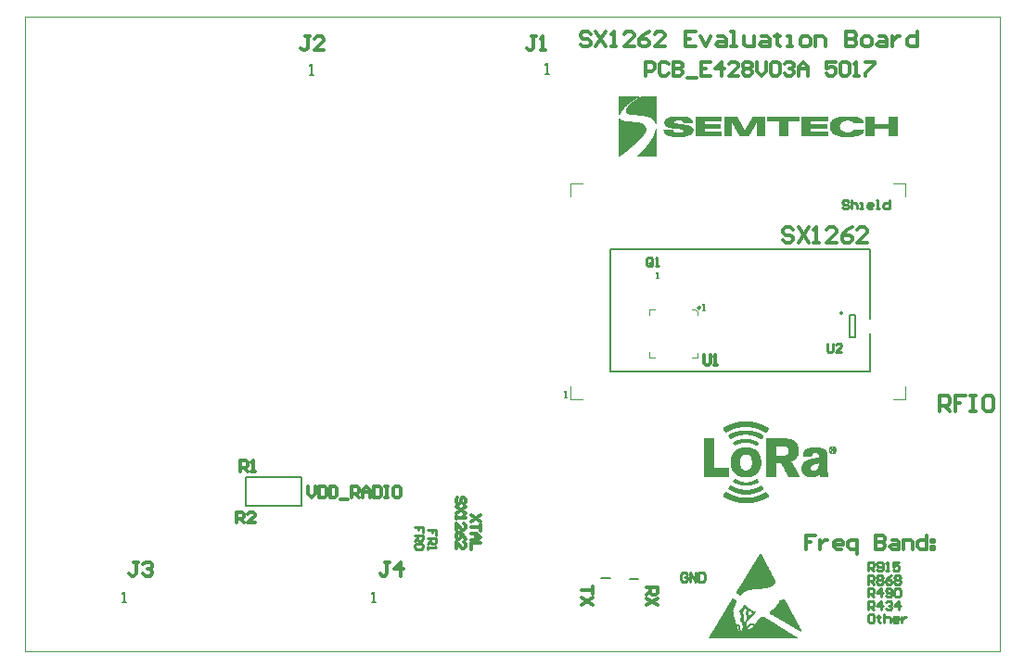
<source format=gto>
G04 Layer_Color=65535*
%FSAX43Y43*%
%MOMM*%
G71*
G01*
G75*
%ADD24C,0.200*%
%ADD26C,0.300*%
%ADD28C,0.350*%
%ADD29C,0.250*%
%ADD32C,0.050*%
%ADD41C,0.150*%
%ADD42C,0.025*%
%ADD43C,0.028*%
%ADD44C,0.100*%
%ADD45C,0.020*%
D24*
X0074700Y0030875D02*
G03*
X0074700Y0030875I-0000150J0000000D01*
G01*
X0020150Y0013250D02*
X0025250D01*
X0020150Y0015850D02*
X0025250D01*
Y0013250D02*
Y0015850D01*
X0020150Y0013250D02*
Y0015850D01*
X0052650Y0006621D02*
X0053450D01*
X0055200Y0006571D02*
X0056000D01*
X0075775Y0028675D02*
Y0030675D01*
X0075275Y0028675D02*
Y0030675D01*
Y0028675D02*
X0075775D01*
X0075275Y0030675D02*
X0075775D01*
X0047511Y0052710D02*
X0047844D01*
X0047677D01*
Y0053710D01*
X0047511Y0053544D01*
X0026000Y0052610D02*
X0026333D01*
X0026167D01*
Y0053610D01*
X0026000Y0053444D01*
X0031731Y0004415D02*
X0032064D01*
X0031898D01*
Y0005414D01*
X0031731Y0005248D01*
X0008911Y0004410D02*
X0009244D01*
X0009077D01*
Y0005410D01*
X0008911Y0005244D01*
X0061900Y0031150D02*
X0062100D01*
X0062000D01*
Y0031750D01*
X0061900Y0031650D01*
X0057700Y0034100D02*
X0057867D01*
X0057783D01*
Y0034600D01*
X0057700Y0034517D01*
X0049300Y0023150D02*
X0049500D01*
X0049400D01*
Y0023750D01*
X0049300Y0023650D01*
D26*
X0040083Y0013459D02*
X0040225Y0013600D01*
Y0013883D01*
X0040083Y0014025D01*
X0039941D01*
X0039800Y0013883D01*
Y0013600D01*
X0039658Y0013459D01*
X0039517D01*
X0039375Y0013600D01*
Y0013883D01*
X0039517Y0014025D01*
X0040225Y0013175D02*
X0039375Y0012609D01*
X0040225D02*
X0039375Y0013175D01*
Y0012326D02*
Y0012042D01*
Y0012184D01*
X0040225D01*
X0040083Y0012326D01*
X0039375Y0011051D02*
Y0011617D01*
X0039941Y0011051D01*
X0040083D01*
X0040225Y0011193D01*
Y0011476D01*
X0040083Y0011617D01*
X0040225Y0010201D02*
X0040083Y0010484D01*
X0039800Y0010768D01*
X0039517D01*
X0039375Y0010626D01*
Y0010343D01*
X0039517Y0010201D01*
X0039658D01*
X0039800Y0010343D01*
Y0010768D01*
X0039375Y0009351D02*
Y0009918D01*
X0039941Y0009351D01*
X0040083D01*
X0040225Y0009493D01*
Y0009776D01*
X0040083Y0009918D01*
X0025850Y0015000D02*
Y0014333D01*
X0026183Y0014000D01*
X0026516Y0014333D01*
Y0015000D01*
X0026850D02*
Y0014000D01*
X0027350D01*
X0027516Y0014167D01*
Y0014833D01*
X0027350Y0015000D01*
X0026850D01*
X0027849D02*
Y0014000D01*
X0028349D01*
X0028516Y0014167D01*
Y0014833D01*
X0028349Y0015000D01*
X0027849D01*
X0028849Y0013833D02*
X0029515D01*
X0029849Y0014000D02*
Y0015000D01*
X0030349D01*
X0030515Y0014833D01*
Y0014500D01*
X0030349Y0014333D01*
X0029849D01*
X0030182D02*
X0030515Y0014000D01*
X0030848D02*
Y0014666D01*
X0031182Y0015000D01*
X0031515Y0014666D01*
Y0014000D01*
Y0014500D01*
X0030848D01*
X0031848Y0015000D02*
Y0014000D01*
X0032348D01*
X0032515Y0014167D01*
Y0014833D01*
X0032348Y0015000D01*
X0031848D01*
X0032848D02*
X0033181D01*
X0033014D01*
Y0014000D01*
X0032848D01*
X0033181D01*
X0034181Y0015000D02*
X0033847D01*
X0033681Y0014833D01*
Y0014167D01*
X0033847Y0014000D01*
X0034181D01*
X0034347Y0014167D01*
Y0014833D01*
X0034181Y0015000D01*
X0056750Y0005821D02*
X0057750D01*
Y0005321D01*
X0057583Y0005154D01*
X0057250D01*
X0057083Y0005321D01*
Y0005821D01*
Y0005487D02*
X0056750Y0005154D01*
X0057750Y0004821D02*
X0056750Y0004155D01*
X0057750D02*
X0056750Y0004821D01*
X0051850Y0005871D02*
Y0005204D01*
Y0005537D01*
X0050850D01*
X0051850Y0004871D02*
X0050850Y0004205D01*
X0051850D02*
X0050850Y0004871D01*
X0019700Y0016400D02*
Y0017400D01*
X0020200D01*
X0020366Y0017233D01*
Y0016900D01*
X0020200Y0016733D01*
X0019700D01*
X0020033D02*
X0020366Y0016400D01*
X0020700D02*
X0021033D01*
X0020866D01*
Y0017400D01*
X0020700Y0017233D01*
X0019350Y0011700D02*
Y0012700D01*
X0019850D01*
X0020016Y0012533D01*
Y0012200D01*
X0019850Y0012033D01*
X0019350D01*
X0019683D02*
X0020016Y0011700D01*
X0021016D02*
X0020350D01*
X0021016Y0012366D01*
Y0012533D01*
X0020850Y0012700D01*
X0020516D01*
X0020350Y0012533D01*
X0062010Y0027050D02*
Y0026300D01*
X0062160Y0026150D01*
X0062460D01*
X0062610Y0026300D01*
Y0027050D01*
X0062910Y0026150D02*
X0063210D01*
X0063060D01*
Y0027050D01*
X0062910Y0026900D01*
X0041575Y0012400D02*
X0040725Y0011834D01*
X0041575D02*
X0040725Y0012400D01*
X0041575Y0011550D02*
Y0010984D01*
Y0011267D01*
X0040725D01*
Y0010701D02*
X0041291D01*
X0041575Y0010417D01*
X0041291Y0010134D01*
X0040725D01*
X0041150D01*
Y0010701D01*
X0041575Y0009851D02*
X0040725D01*
Y0009284D01*
X0026046Y0056170D02*
X0025623D01*
X0025835D01*
Y0055112D01*
X0025623Y0054900D01*
X0025412D01*
X0025200Y0055112D01*
X0027316Y0054900D02*
X0026470D01*
X0027316Y0055746D01*
Y0055958D01*
X0027104Y0056170D01*
X0026681D01*
X0026470Y0055958D01*
X0046646Y0056170D02*
X0046223D01*
X0046435D01*
Y0055112D01*
X0046223Y0054900D01*
X0046012D01*
X0045800Y0055112D01*
X0047070Y0054900D02*
X0047493D01*
X0047281D01*
Y0056170D01*
X0047070Y0055958D01*
X0033296Y0008120D02*
X0032873D01*
X0033085D01*
Y0007062D01*
X0032873Y0006850D01*
X0032662D01*
X0032450Y0007062D01*
X0034354Y0006850D02*
Y0008120D01*
X0033720Y0007485D01*
X0034566D01*
X0010370Y0008120D02*
X0009947D01*
X0010159D01*
Y0007062D01*
X0009947Y0006850D01*
X0009736D01*
X0009524Y0007062D01*
X0010793Y0007908D02*
X0011005Y0008120D01*
X0011428D01*
X0011640Y0007908D01*
Y0007696D01*
X0011428Y0007485D01*
X0011217D01*
X0011428D01*
X0011640Y0007273D01*
Y0007062D01*
X0011428Y0006850D01*
X0011005D01*
X0010793Y0007062D01*
D28*
X0083550Y0021925D02*
Y0023325D01*
X0084250D01*
X0084483Y0023091D01*
Y0022625D01*
X0084250Y0022392D01*
X0083550D01*
X0084017D02*
X0084483Y0021925D01*
X0085883Y0023325D02*
X0084950D01*
Y0022625D01*
X0085416D01*
X0084950D01*
Y0021925D01*
X0086349Y0023325D02*
X0086816D01*
X0086582D01*
Y0021925D01*
X0086349D01*
X0086816D01*
X0088215Y0023325D02*
X0087749D01*
X0087515Y0023091D01*
Y0022158D01*
X0087749Y0021925D01*
X0088215D01*
X0088448Y0022158D01*
Y0023091D01*
X0088215Y0023325D01*
X0072196Y0010570D02*
X0071350D01*
Y0009935D01*
X0071773D01*
X0071350D01*
Y0009300D01*
X0072620Y0010146D02*
Y0009300D01*
Y0009723D01*
X0072831Y0009935D01*
X0073043Y0010146D01*
X0073254D01*
X0074524Y0009300D02*
X0074101D01*
X0073889Y0009512D01*
Y0009935D01*
X0074101Y0010146D01*
X0074524D01*
X0074736Y0009935D01*
Y0009723D01*
X0073889D01*
X0076005Y0008877D02*
Y0010146D01*
X0075370D01*
X0075159Y0009935D01*
Y0009512D01*
X0075370Y0009300D01*
X0076005D01*
X0077698Y0010570D02*
Y0009300D01*
X0078333D01*
X0078544Y0009512D01*
Y0009723D01*
X0078333Y0009935D01*
X0077698D01*
X0078333D01*
X0078544Y0010146D01*
Y0010358D01*
X0078333Y0010570D01*
X0077698D01*
X0079179Y0010146D02*
X0079602D01*
X0079814Y0009935D01*
Y0009300D01*
X0079179D01*
X0078968Y0009512D01*
X0079179Y0009723D01*
X0079814D01*
X0080237Y0009300D02*
Y0010146D01*
X0080872D01*
X0081084Y0009935D01*
Y0009300D01*
X0082353Y0010570D02*
Y0009300D01*
X0081718D01*
X0081507Y0009512D01*
Y0009935D01*
X0081718Y0010146D01*
X0082353D01*
X0082776D02*
X0082988D01*
Y0009935D01*
X0082776D01*
Y0010146D01*
Y0009512D02*
X0082988D01*
Y0009300D01*
X0082776D01*
Y0009512D01*
X0051658Y0056391D02*
X0051425Y0056625D01*
X0050958D01*
X0050725Y0056391D01*
Y0056158D01*
X0050958Y0055925D01*
X0051425D01*
X0051658Y0055692D01*
Y0055458D01*
X0051425Y0055225D01*
X0050958D01*
X0050725Y0055458D01*
X0052125Y0056625D02*
X0053058Y0055225D01*
Y0056625D02*
X0052125Y0055225D01*
X0053524D02*
X0053991D01*
X0053757D01*
Y0056625D01*
X0053524Y0056391D01*
X0055623Y0055225D02*
X0054690D01*
X0055623Y0056158D01*
Y0056391D01*
X0055390Y0056625D01*
X0054924D01*
X0054690Y0056391D01*
X0057023Y0056625D02*
X0056556Y0056391D01*
X0056090Y0055925D01*
Y0055458D01*
X0056323Y0055225D01*
X0056790D01*
X0057023Y0055458D01*
Y0055692D01*
X0056790Y0055925D01*
X0056090D01*
X0058423Y0055225D02*
X0057489D01*
X0058423Y0056158D01*
Y0056391D01*
X0058189Y0056625D01*
X0057723D01*
X0057489Y0056391D01*
X0061222Y0056625D02*
X0060289D01*
Y0055225D01*
X0061222D01*
X0060289Y0055925D02*
X0060755D01*
X0061688Y0056158D02*
X0062155Y0055225D01*
X0062621Y0056158D01*
X0063321D02*
X0063787D01*
X0064021Y0055925D01*
Y0055225D01*
X0063321D01*
X0063088Y0055458D01*
X0063321Y0055692D01*
X0064021D01*
X0064487Y0055225D02*
X0064954D01*
X0064720D01*
Y0056625D01*
X0064487D01*
X0065654Y0056158D02*
Y0055458D01*
X0065887Y0055225D01*
X0066587D01*
Y0056158D01*
X0067286D02*
X0067753D01*
X0067986Y0055925D01*
Y0055225D01*
X0067286D01*
X0067053Y0055458D01*
X0067286Y0055692D01*
X0067986D01*
X0068686Y0056391D02*
Y0056158D01*
X0068453D01*
X0068919D01*
X0068686D01*
Y0055458D01*
X0068919Y0055225D01*
X0069619D02*
X0070085D01*
X0069852D01*
Y0056158D01*
X0069619D01*
X0071018Y0055225D02*
X0071485D01*
X0071718Y0055458D01*
Y0055925D01*
X0071485Y0056158D01*
X0071018D01*
X0070785Y0055925D01*
Y0055458D01*
X0071018Y0055225D01*
X0072185D02*
Y0056158D01*
X0072884D01*
X0073118Y0055925D01*
Y0055225D01*
X0074984Y0056625D02*
Y0055225D01*
X0075684D01*
X0075917Y0055458D01*
Y0055692D01*
X0075684Y0055925D01*
X0074984D01*
X0075684D01*
X0075917Y0056158D01*
Y0056391D01*
X0075684Y0056625D01*
X0074984D01*
X0076617Y0055225D02*
X0077083D01*
X0077316Y0055458D01*
Y0055925D01*
X0077083Y0056158D01*
X0076617D01*
X0076383Y0055925D01*
Y0055458D01*
X0076617Y0055225D01*
X0078016Y0056158D02*
X0078483D01*
X0078716Y0055925D01*
Y0055225D01*
X0078016D01*
X0077783Y0055458D01*
X0078016Y0055692D01*
X0078716D01*
X0079182Y0056158D02*
Y0055225D01*
Y0055692D01*
X0079416Y0055925D01*
X0079649Y0056158D01*
X0079882D01*
X0081515Y0056625D02*
Y0055225D01*
X0080815D01*
X0080582Y0055458D01*
Y0055925D01*
X0080815Y0056158D01*
X0081515D01*
X0056650Y0052550D02*
Y0053820D01*
X0057285D01*
X0057496Y0053608D01*
Y0053185D01*
X0057285Y0052973D01*
X0056650D01*
X0058766Y0053608D02*
X0058554Y0053820D01*
X0058131D01*
X0057920Y0053608D01*
Y0052762D01*
X0058131Y0052550D01*
X0058554D01*
X0058766Y0052762D01*
X0059189Y0053820D02*
Y0052550D01*
X0059824D01*
X0060036Y0052762D01*
Y0052973D01*
X0059824Y0053185D01*
X0059189D01*
X0059824D01*
X0060036Y0053396D01*
Y0053608D01*
X0059824Y0053820D01*
X0059189D01*
X0060459Y0052338D02*
X0061305D01*
X0062575Y0053820D02*
X0061728D01*
Y0052550D01*
X0062575D01*
X0061728Y0053185D02*
X0062152D01*
X0063633Y0052550D02*
Y0053820D01*
X0062998Y0053185D01*
X0063844D01*
X0065114Y0052550D02*
X0064268D01*
X0065114Y0053396D01*
Y0053608D01*
X0064902Y0053820D01*
X0064479D01*
X0064268Y0053608D01*
X0065537D02*
X0065749Y0053820D01*
X0066172D01*
X0066384Y0053608D01*
Y0053396D01*
X0066172Y0053185D01*
X0066384Y0052973D01*
Y0052762D01*
X0066172Y0052550D01*
X0065749D01*
X0065537Y0052762D01*
Y0052973D01*
X0065749Y0053185D01*
X0065537Y0053396D01*
Y0053608D01*
X0065749Y0053185D02*
X0066172D01*
X0066807Y0053820D02*
Y0052973D01*
X0067230Y0052550D01*
X0067653Y0052973D01*
Y0053820D01*
X0068076Y0053608D02*
X0068288Y0053820D01*
X0068711D01*
X0068923Y0053608D01*
Y0052762D01*
X0068711Y0052550D01*
X0068288D01*
X0068076Y0052762D01*
Y0053608D01*
X0069346D02*
X0069557Y0053820D01*
X0069981D01*
X0070192Y0053608D01*
Y0053396D01*
X0069981Y0053185D01*
X0069769D01*
X0069981D01*
X0070192Y0052973D01*
Y0052762D01*
X0069981Y0052550D01*
X0069557D01*
X0069346Y0052762D01*
X0070615Y0052550D02*
Y0053396D01*
X0071039Y0053820D01*
X0071462Y0053396D01*
Y0052550D01*
Y0053185D01*
X0070615D01*
X0074001Y0053820D02*
X0073155D01*
Y0053185D01*
X0073578Y0053396D01*
X0073789D01*
X0074001Y0053185D01*
Y0052762D01*
X0073789Y0052550D01*
X0073366D01*
X0073155Y0052762D01*
X0074424Y0053608D02*
X0074636Y0053820D01*
X0075059D01*
X0075271Y0053608D01*
Y0052762D01*
X0075059Y0052550D01*
X0074636D01*
X0074424Y0052762D01*
Y0053608D01*
X0075694Y0052550D02*
X0076117D01*
X0075905D01*
Y0053820D01*
X0075694Y0053608D01*
X0076752Y0053820D02*
X0077598D01*
Y0053608D01*
X0076752Y0052762D01*
Y0052550D01*
X0070157Y0038466D02*
X0069924Y0038700D01*
X0069457D01*
X0069224Y0038466D01*
Y0038233D01*
X0069457Y0038000D01*
X0069924D01*
X0070157Y0037767D01*
Y0037533D01*
X0069924Y0037300D01*
X0069457D01*
X0069224Y0037533D01*
X0070623Y0038700D02*
X0071556Y0037300D01*
Y0038700D02*
X0070623Y0037300D01*
X0072023D02*
X0072489D01*
X0072256D01*
Y0038700D01*
X0072023Y0038466D01*
X0074122Y0037300D02*
X0073189D01*
X0074122Y0038233D01*
Y0038466D01*
X0073889Y0038700D01*
X0073422D01*
X0073189Y0038466D01*
X0075522Y0038700D02*
X0075055Y0038466D01*
X0074589Y0038000D01*
Y0037533D01*
X0074822Y0037300D01*
X0075288D01*
X0075522Y0037533D01*
Y0037767D01*
X0075288Y0038000D01*
X0074589D01*
X0076921Y0037300D02*
X0075988D01*
X0076921Y0038233D01*
Y0038466D01*
X0076688Y0038700D01*
X0076221D01*
X0075988Y0038466D01*
D29*
X0077000Y0004925D02*
Y0005725D01*
X0077400D01*
X0077533Y0005591D01*
Y0005325D01*
X0077400Y0005192D01*
X0077000D01*
X0077267D02*
X0077533Y0004925D01*
X0078200D02*
Y0005725D01*
X0077800Y0005325D01*
X0078333D01*
X0078599Y0005058D02*
X0078733Y0004925D01*
X0078999D01*
X0079133Y0005058D01*
Y0005591D01*
X0078999Y0005725D01*
X0078733D01*
X0078599Y0005591D01*
Y0005458D01*
X0078733Y0005325D01*
X0079133D01*
X0079399Y0005591D02*
X0079533Y0005725D01*
X0079799D01*
X0079932Y0005591D01*
Y0005058D01*
X0079799Y0004925D01*
X0079533D01*
X0079399Y0005058D01*
Y0005591D01*
X0077000Y0007300D02*
Y0008100D01*
X0077400D01*
X0077533Y0007966D01*
Y0007700D01*
X0077400Y0007567D01*
X0077000D01*
X0077267D02*
X0077533Y0007300D01*
X0077800Y0007433D02*
X0077933Y0007300D01*
X0078200D01*
X0078333Y0007433D01*
Y0007966D01*
X0078200Y0008100D01*
X0077933D01*
X0077800Y0007966D01*
Y0007833D01*
X0077933Y0007700D01*
X0078333D01*
X0078599Y0007300D02*
X0078866D01*
X0078733D01*
Y0008100D01*
X0078599Y0007966D01*
X0079799Y0008100D02*
X0079266D01*
Y0007700D01*
X0079533Y0007833D01*
X0079666D01*
X0079799Y0007700D01*
Y0007433D01*
X0079666Y0007300D01*
X0079399D01*
X0079266Y0007433D01*
X0077000Y0006100D02*
Y0006900D01*
X0077400D01*
X0077533Y0006766D01*
Y0006500D01*
X0077400Y0006367D01*
X0077000D01*
X0077267D02*
X0077533Y0006100D01*
X0077800Y0006766D02*
X0077933Y0006900D01*
X0078200D01*
X0078333Y0006766D01*
Y0006633D01*
X0078200Y0006500D01*
X0078333Y0006367D01*
Y0006233D01*
X0078200Y0006100D01*
X0077933D01*
X0077800Y0006233D01*
Y0006367D01*
X0077933Y0006500D01*
X0077800Y0006633D01*
Y0006766D01*
X0077933Y0006500D02*
X0078200D01*
X0079133Y0006900D02*
X0078866Y0006766D01*
X0078599Y0006500D01*
Y0006233D01*
X0078733Y0006100D01*
X0078999D01*
X0079133Y0006233D01*
Y0006367D01*
X0078999Y0006500D01*
X0078599D01*
X0079399Y0006766D02*
X0079533Y0006900D01*
X0079799D01*
X0079932Y0006766D01*
Y0006633D01*
X0079799Y0006500D01*
X0079932Y0006367D01*
Y0006233D01*
X0079799Y0006100D01*
X0079533D01*
X0079399Y0006233D01*
Y0006367D01*
X0079533Y0006500D01*
X0079399Y0006633D01*
Y0006766D01*
X0079533Y0006500D02*
X0079799D01*
X0077000Y0003750D02*
Y0004550D01*
X0077400D01*
X0077533Y0004416D01*
Y0004150D01*
X0077400Y0004017D01*
X0077000D01*
X0077267D02*
X0077533Y0003750D01*
X0078200D02*
Y0004550D01*
X0077800Y0004150D01*
X0078333D01*
X0078599Y0004416D02*
X0078733Y0004550D01*
X0078999D01*
X0079133Y0004416D01*
Y0004283D01*
X0078999Y0004150D01*
X0078866D01*
X0078999D01*
X0079133Y0004017D01*
Y0003883D01*
X0078999Y0003750D01*
X0078733D01*
X0078599Y0003883D01*
X0079799Y0003750D02*
Y0004550D01*
X0079399Y0004150D01*
X0079932D01*
X0077400Y0003375D02*
X0077133D01*
X0077000Y0003241D01*
Y0002708D01*
X0077133Y0002575D01*
X0077400D01*
X0077533Y0002708D01*
Y0003241D01*
X0077400Y0003375D01*
X0077933Y0003241D02*
Y0003108D01*
X0077800D01*
X0078066D01*
X0077933D01*
Y0002708D01*
X0078066Y0002575D01*
X0078466Y0003375D02*
Y0002575D01*
Y0002975D01*
X0078599Y0003108D01*
X0078866D01*
X0078999Y0002975D01*
Y0002575D01*
X0079666D02*
X0079399D01*
X0079266Y0002708D01*
Y0002975D01*
X0079399Y0003108D01*
X0079666D01*
X0079799Y0002975D01*
Y0002842D01*
X0079266D01*
X0080066Y0003108D02*
Y0002575D01*
Y0002842D01*
X0080199Y0002975D01*
X0080332Y0003108D01*
X0080466D01*
X0060458Y0007016D02*
X0060325Y0007150D01*
X0060058D01*
X0059925Y0007016D01*
Y0006483D01*
X0060058Y0006350D01*
X0060325D01*
X0060458Y0006483D01*
Y0006750D01*
X0060192D01*
X0060725Y0006350D02*
Y0007150D01*
X0061258Y0006350D01*
Y0007150D01*
X0061524D02*
Y0006350D01*
X0061924D01*
X0062058Y0006483D01*
Y0007016D01*
X0061924Y0007150D01*
X0061524D01*
X0075183Y0041066D02*
X0075050Y0041200D01*
X0074783D01*
X0074650Y0041066D01*
Y0040933D01*
X0074783Y0040800D01*
X0075050D01*
X0075183Y0040667D01*
Y0040533D01*
X0075050Y0040400D01*
X0074783D01*
X0074650Y0040533D01*
X0075450Y0041200D02*
Y0040400D01*
Y0040800D01*
X0075583Y0040933D01*
X0075850D01*
X0075983Y0040800D01*
Y0040400D01*
X0076249D02*
X0076516D01*
X0076383D01*
Y0040933D01*
X0076249D01*
X0077316Y0040400D02*
X0077049D01*
X0076916Y0040533D01*
Y0040800D01*
X0077049Y0040933D01*
X0077316D01*
X0077449Y0040800D01*
Y0040667D01*
X0076916D01*
X0077716Y0040400D02*
X0077982D01*
X0077849D01*
Y0041200D01*
X0077716D01*
X0078915D02*
Y0040400D01*
X0078515D01*
X0078382Y0040533D01*
Y0040800D01*
X0078515Y0040933D01*
X0078915D01*
X0036350Y0010800D02*
Y0011300D01*
X0035975D01*
Y0011050D01*
Y0011300D01*
X0035600D01*
Y0010550D02*
X0036350D01*
Y0010175D01*
X0036225Y0010050D01*
X0035975D01*
X0035850Y0010175D01*
Y0010550D01*
Y0010300D02*
X0035600Y0010050D01*
X0036225Y0009800D02*
X0036350Y0009676D01*
Y0009426D01*
X0036225Y0009301D01*
X0035725D01*
X0035600Y0009426D01*
Y0009676D01*
X0035725Y0009800D01*
X0036225D01*
X0037550Y0010550D02*
Y0011050D01*
X0037175D01*
Y0010800D01*
Y0011050D01*
X0036800D01*
Y0010300D02*
X0037550D01*
Y0009925D01*
X0037425Y0009800D01*
X0037175D01*
X0037050Y0009925D01*
Y0010300D01*
Y0010050D02*
X0036800Y0009800D01*
Y0009551D02*
Y0009301D01*
Y0009426D01*
X0037550D01*
X0037425Y0009551D01*
X0073250Y0028100D02*
Y0027433D01*
X0073383Y0027300D01*
X0073650D01*
X0073783Y0027433D01*
Y0028100D01*
X0074583Y0027300D02*
X0074050D01*
X0074583Y0027833D01*
Y0027966D01*
X0074450Y0028100D01*
X0074183D01*
X0074050Y0027966D01*
X0057308Y0035308D02*
Y0035841D01*
X0057175Y0035975D01*
X0056908D01*
X0056775Y0035841D01*
Y0035308D01*
X0056908Y0035175D01*
X0057175D01*
X0057042Y0035442D02*
X0057308Y0035175D01*
X0057175D02*
X0057308Y0035308D01*
X0057575Y0035175D02*
X0057841D01*
X0057708D01*
Y0035975D01*
X0057575Y0035841D01*
D32*
X0000000Y0000000D02*
Y0058000D01*
Y0000000D02*
X0089000D01*
Y0058000D01*
X0000000D02*
X0089000D01*
D41*
X0061700Y0031350D02*
G03*
X0061700Y0031350I-0000150J0000000D01*
G01*
X0053475Y0036725D02*
X0077200D01*
X0053475Y0025550D02*
X0077200D01*
X0053475D02*
Y0036725D01*
X0077200Y0025550D02*
Y0029000D01*
Y0030350D02*
Y0036725D01*
D42*
X0055926Y0045250D02*
X0057603D01*
X0054250D02*
X0054275D01*
X0055952Y0045275D02*
X0057603D01*
X0054250D02*
X0054301D01*
X0055977Y0045301D02*
X0057603D01*
X0054250D02*
X0054326D01*
X0056003Y0045326D02*
X0057603D01*
X0054250D02*
X0054377D01*
X0056028Y0045352D02*
X0057603D01*
X0054250D02*
X0054402D01*
X0056053Y0045377D02*
X0057603D01*
X0054250D02*
X0054428D01*
X0056079Y0045402D02*
X0057603D01*
X0054250D02*
X0054479D01*
X0056104Y0045428D02*
X0057603D01*
X0054250D02*
X0054504D01*
X0056130Y0045453D02*
X0057603D01*
X0054250D02*
X0054529D01*
X0056155Y0045479D02*
X0057603D01*
X0054250D02*
X0054555D01*
X0056180Y0045504D02*
X0057603D01*
X0054250D02*
X0054606D01*
X0056206Y0045529D02*
X0057603D01*
X0054250D02*
X0054631D01*
X0056231Y0045555D02*
X0057603D01*
X0054250D02*
X0054656D01*
X0056257Y0045580D02*
X0057603D01*
X0054250D02*
X0054707D01*
X0056282Y0045606D02*
X0057603D01*
X0054250D02*
X0054733D01*
X0056307Y0045631D02*
X0057603D01*
X0054250D02*
X0054758D01*
X0056333Y0045656D02*
X0057603D01*
X0054250D02*
X0054783D01*
X0056358Y0045682D02*
X0057603D01*
X0054250D02*
X0054834D01*
X0056384Y0045707D02*
X0057603D01*
X0054250D02*
X0054860D01*
X0056409Y0045733D02*
X0057603D01*
X0054250D02*
X0054885D01*
X0056434Y0045758D02*
X0057603D01*
X0054250D02*
X0054910D01*
X0056460Y0045783D02*
X0057603D01*
X0054250D02*
X0054936D01*
X0056485Y0045809D02*
X0057603D01*
X0054250D02*
X0054987D01*
X0056511Y0045834D02*
X0057603D01*
X0054250D02*
X0055012D01*
X0056536Y0045860D02*
X0057603D01*
X0054250D02*
X0055037D01*
X0056561Y0045885D02*
X0057603D01*
X0054250D02*
X0055063D01*
X0056587Y0045910D02*
X0057603D01*
X0054250D02*
X0055088D01*
X0056587Y0045936D02*
X0057603D01*
X0054250D02*
X0055139D01*
X0056612Y0045961D02*
X0057603D01*
X0054250D02*
X0055164D01*
X0056638Y0045987D02*
X0057603D01*
X0054250D02*
X0055190D01*
X0056663Y0046012D02*
X0057603D01*
X0054250D02*
X0055215D01*
X0056688Y0046037D02*
X0057603D01*
X0054250D02*
X0055241D01*
X0056714Y0046063D02*
X0057603D01*
X0054250D02*
X0055266D01*
X0056739Y0046088D02*
X0057603D01*
X0054250D02*
X0055291D01*
X0056739Y0046114D02*
X0057603D01*
X0054250D02*
X0055342D01*
X0056765Y0046139D02*
X0057603D01*
X0054250D02*
X0055368D01*
X0056790Y0046164D02*
X0057603D01*
X0054250D02*
X0055393D01*
X0056815Y0046190D02*
X0057603D01*
X0054250D02*
X0055418D01*
X0056841Y0046215D02*
X0057603D01*
X0054250D02*
X0055444D01*
X0056866Y0046241D02*
X0057603D01*
X0054250D02*
X0055469D01*
X0056866Y0046266D02*
X0057603D01*
X0054250D02*
X0055495D01*
X0056892Y0046291D02*
X0057603D01*
X0054250D02*
X0055520D01*
X0056917Y0046317D02*
X0057603D01*
X0054250D02*
X0055571D01*
X0056942Y0046342D02*
X0057603D01*
X0054250D02*
X0055596D01*
X0056942Y0046368D02*
X0057603D01*
X0054250D02*
X0055622D01*
X0056968Y0046393D02*
X0057603D01*
X0054250D02*
X0055647D01*
X0056993Y0046418D02*
X0057603D01*
X0054250D02*
X0055672D01*
X0057019Y0046444D02*
X0057603D01*
X0054250D02*
X0055698D01*
X0057019Y0046469D02*
X0057603D01*
X0054250D02*
X0055723D01*
X0057044Y0046495D02*
X0057603D01*
X0054250D02*
X0055749D01*
X0057069Y0046520D02*
X0057603D01*
X0054250D02*
X0055774D01*
X0057069Y0046545D02*
X0057603D01*
X0054250D02*
X0055799D01*
X0057095Y0046571D02*
X0057603D01*
X0054250D02*
X0055825D01*
X0057120Y0046596D02*
X0057603D01*
X0054250D02*
X0055850D01*
X0057120Y0046622D02*
X0057603D01*
X0054250D02*
X0055876D01*
X0057146Y0046647D02*
X0057603D01*
X0054250D02*
X0055901D01*
X0057171Y0046672D02*
X0057603D01*
X0054250D02*
X0055926D01*
X0057171Y0046698D02*
X0057603D01*
X0054250D02*
X0055952D01*
X0057196Y0046723D02*
X0057603D01*
X0054250D02*
X0055977D01*
X0057222Y0046749D02*
X0057603D01*
X0054250D02*
X0056003D01*
X0057222Y0046774D02*
X0057603D01*
X0054250D02*
X0056028D01*
X0057247Y0046799D02*
X0057603D01*
X0054250D02*
X0056053D01*
X0057247Y0046825D02*
X0057603D01*
X0054250D02*
X0056079D01*
X0057273Y0046850D02*
X0057603D01*
X0054250D02*
X0056104D01*
X0057298Y0046876D02*
X0057603D01*
X0054250D02*
X0056130D01*
X0057298Y0046901D02*
X0057603D01*
X0054250D02*
X0056155D01*
X0057323Y0046926D02*
X0057603D01*
X0054250D02*
X0056180D01*
X0057323Y0046952D02*
X0057603D01*
X0054250D02*
X0056206D01*
X0057349Y0046977D02*
X0057603D01*
X0054250D02*
X0056231D01*
X0057349Y0047003D02*
X0057603D01*
X0054250D02*
X0056257D01*
X0057374Y0047028D02*
X0057603D01*
X0054250D02*
X0056282D01*
X0074697Y0047053D02*
X0075408D01*
X0059254D02*
X0059940D01*
X0057374D02*
X0057603D01*
X0054250D02*
X0056307D01*
X0074494Y0047079D02*
X0075662D01*
X0059025D02*
X0060194D01*
X0057400D02*
X0057603D01*
X0054250D02*
X0056333D01*
X0078837Y0047104D02*
X0079650D01*
X0076754D02*
X0077542D01*
X0074367D02*
X0075840D01*
X0070912D02*
X0073275D01*
X0068830D02*
X0069617D01*
X0066848D02*
X0067534D01*
X0065274D02*
X0066061D01*
X0063851D02*
X0064461D01*
X0061210D02*
X0063546D01*
X0058873D02*
X0060346D01*
X0057400D02*
X0057603D01*
X0054250D02*
X0056358D01*
X0078837Y0047130D02*
X0079650D01*
X0076754D02*
X0077542D01*
X0074265D02*
X0075942D01*
X0070912D02*
X0073275D01*
X0068830D02*
X0069617D01*
X0066848D02*
X0067534D01*
X0065274D02*
X0066061D01*
X0063851D02*
X0064461D01*
X0061210D02*
X0063546D01*
X0058797D02*
X0060448D01*
X0057425D02*
X0057603D01*
X0054250D02*
X0056358D01*
X0078837Y0047155D02*
X0079650D01*
X0076754D02*
X0077542D01*
X0074164D02*
X0076043D01*
X0070912D02*
X0073275D01*
X0068830D02*
X0069617D01*
X0066848D02*
X0067534D01*
X0065248D02*
X0066086D01*
X0063851D02*
X0064461D01*
X0061210D02*
X0063546D01*
X0058720D02*
X0060524D01*
X0057425D02*
X0057603D01*
X0054250D02*
X0056384D01*
X0078837Y0047180D02*
X0079650D01*
X0076754D02*
X0077542D01*
X0074087D02*
X0076119D01*
X0070912D02*
X0073275D01*
X0068830D02*
X0069617D01*
X0066848D02*
X0067534D01*
X0065248D02*
X0066086D01*
X0063851D02*
X0064461D01*
X0061210D02*
X0063546D01*
X0058644D02*
X0060600D01*
X0057450D02*
X0057603D01*
X0054250D02*
X0056409D01*
X0078837Y0047206D02*
X0079650D01*
X0076754D02*
X0077542D01*
X0074037D02*
X0076170D01*
X0070912D02*
X0073275D01*
X0068830D02*
X0069617D01*
X0066848D02*
X0067534D01*
X0065223D02*
X0066112D01*
X0063851D02*
X0064461D01*
X0061210D02*
X0063546D01*
X0058593D02*
X0060651D01*
X0057450D02*
X0057603D01*
X0054250D02*
X0056434D01*
X0078837Y0047231D02*
X0079650D01*
X0076754D02*
X0077542D01*
X0073986D02*
X0076221D01*
X0070912D02*
X0073275D01*
X0068830D02*
X0069617D01*
X0066848D02*
X0067534D01*
X0065197D02*
X0066112D01*
X0063851D02*
X0064461D01*
X0061210D02*
X0063546D01*
X0058543D02*
X0060702D01*
X0057450D02*
X0057603D01*
X0054250D02*
X0056460D01*
X0078837Y0047257D02*
X0079650D01*
X0076754D02*
X0077542D01*
X0073935D02*
X0076272D01*
X0070912D02*
X0073275D01*
X0068830D02*
X0069617D01*
X0066848D02*
X0067534D01*
X0065197D02*
X0066137D01*
X0063851D02*
X0064461D01*
X0061210D02*
X0063546D01*
X0058517D02*
X0060752D01*
X0057476D02*
X0057603D01*
X0054250D02*
X0056460D01*
X0078837Y0047282D02*
X0079650D01*
X0076754D02*
X0077542D01*
X0073884D02*
X0076297D01*
X0070912D02*
X0073275D01*
X0068830D02*
X0069617D01*
X0066848D02*
X0067534D01*
X0065172D02*
X0066163D01*
X0063851D02*
X0064461D01*
X0061210D02*
X0063546D01*
X0058492D02*
X0060778D01*
X0057476D02*
X0057603D01*
X0054250D02*
X0056485D01*
X0078837Y0047307D02*
X0079650D01*
X0076754D02*
X0077542D01*
X0073859D02*
X0076348D01*
X0070912D02*
X0073275D01*
X0068830D02*
X0069617D01*
X0066848D02*
X0067534D01*
X0065172D02*
X0066163D01*
X0063851D02*
X0064461D01*
X0061210D02*
X0063546D01*
X0058466D02*
X0060829D01*
X0057501D02*
X0057603D01*
X0054250D02*
X0056511D01*
X0078837Y0047333D02*
X0079650D01*
X0076754D02*
X0077542D01*
X0073808D02*
X0076373D01*
X0070912D02*
X0073275D01*
X0068830D02*
X0069617D01*
X0066848D02*
X0067534D01*
X0065147D02*
X0066188D01*
X0063851D02*
X0064461D01*
X0061210D02*
X0063546D01*
X0058441D02*
X0060854D01*
X0057501D02*
X0057603D01*
X0054250D02*
X0056536D01*
X0078837Y0047358D02*
X0079650D01*
X0076754D02*
X0077542D01*
X0073783D02*
X0076399D01*
X0070912D02*
X0073275D01*
X0068830D02*
X0069617D01*
X0066848D02*
X0067534D01*
X0065121D02*
X0066188D01*
X0063851D02*
X0064461D01*
X0061210D02*
X0063546D01*
X0058416D02*
X0060879D01*
X0057501D02*
X0057603D01*
X0054250D02*
X0056536D01*
X0078837Y0047384D02*
X0079650D01*
X0076754D02*
X0077542D01*
X0073757D02*
X0076424D01*
X0070912D02*
X0073275D01*
X0068830D02*
X0069617D01*
X0066848D02*
X0067534D01*
X0065121D02*
X0066213D01*
X0063851D02*
X0064461D01*
X0061210D02*
X0063546D01*
X0059660D02*
X0060879D01*
X0058390D02*
X0059635D01*
X0057527D02*
X0057603D01*
X0054250D02*
X0056561D01*
X0078837Y0047409D02*
X0079650D01*
X0076754D02*
X0077542D01*
X0075205D02*
X0076450D01*
X0073732D02*
X0074951D01*
X0070912D02*
X0073275D01*
X0068830D02*
X0069617D01*
X0066848D02*
X0067534D01*
X0065096D02*
X0066213D01*
X0063851D02*
X0064461D01*
X0061210D02*
X0063546D01*
X0059940D02*
X0060905D01*
X0058390D02*
X0059330D01*
X0057527D02*
X0057603D01*
X0054250D02*
X0056561D01*
X0078837Y0047434D02*
X0079650D01*
X0076754D02*
X0077542D01*
X0075383D02*
X0076475D01*
X0073706D02*
X0074799D01*
X0070912D02*
X0073275D01*
X0068830D02*
X0069617D01*
X0066848D02*
X0067534D01*
X0065096D02*
X0066239D01*
X0063851D02*
X0064461D01*
X0061210D02*
X0063546D01*
X0060041D02*
X0060930D01*
X0058365D02*
X0059254D01*
X0057527D02*
X0057603D01*
X0054250D02*
X0056587D01*
X0078837Y0047460D02*
X0079650D01*
X0076754D02*
X0077542D01*
X0075484D02*
X0076475D01*
X0073681D02*
X0074697D01*
X0070912D02*
X0071700D01*
X0068830D02*
X0069617D01*
X0066848D02*
X0067534D01*
X0065070D02*
X0066264D01*
X0063851D02*
X0064461D01*
X0061210D02*
X0061997D01*
X0060092D02*
X0060930D01*
X0058365D02*
X0059203D01*
X0057527D02*
X0057603D01*
X0054250D02*
X0056587D01*
X0078837Y0047485D02*
X0079650D01*
X0076754D02*
X0077542D01*
X0075535D02*
X0076500D01*
X0073656D02*
X0074646D01*
X0070912D02*
X0071700D01*
X0068830D02*
X0069617D01*
X0066848D02*
X0067534D01*
X0065070D02*
X0066264D01*
X0063851D02*
X0064461D01*
X0061210D02*
X0061997D01*
X0060143D02*
X0060930D01*
X0058339D02*
X0059178D01*
X0057552D02*
X0057603D01*
X0054250D02*
X0056612D01*
X0078837Y0047511D02*
X0079650D01*
X0076754D02*
X0077542D01*
X0075586D02*
X0076500D01*
X0073630D02*
X0074595D01*
X0070912D02*
X0071700D01*
X0068830D02*
X0069617D01*
X0066848D02*
X0067534D01*
X0065045D02*
X0066290D01*
X0063851D02*
X0064461D01*
X0061210D02*
X0061997D01*
X0060168D02*
X0060956D01*
X0058339D02*
X0059152D01*
X0057552D02*
X0057603D01*
X0054250D02*
X0056612D01*
X0078837Y0047536D02*
X0079650D01*
X0076754D02*
X0077542D01*
X0075611D02*
X0076526D01*
X0073605D02*
X0074545D01*
X0070912D02*
X0071700D01*
X0068830D02*
X0069617D01*
X0066848D02*
X0067534D01*
X0065020D02*
X0066290D01*
X0063851D02*
X0064461D01*
X0061210D02*
X0061997D01*
X0060168D02*
X0060956D01*
X0058339D02*
X0059127D01*
X0057552D02*
X0057603D01*
X0054250D02*
X0056612D01*
X0078837Y0047561D02*
X0079650D01*
X0076754D02*
X0077542D01*
X0075637D02*
X0076526D01*
X0073605D02*
X0074519D01*
X0070912D02*
X0071700D01*
X0068830D02*
X0069617D01*
X0066848D02*
X0067534D01*
X0065705D02*
X0066315D01*
X0065020D02*
X0065680D01*
X0063851D02*
X0064461D01*
X0061210D02*
X0061997D01*
X0060168D02*
X0060956D01*
X0058339D02*
X0059127D01*
X0057552D02*
X0057603D01*
X0054250D02*
X0056612D01*
X0078837Y0047587D02*
X0079650D01*
X0076754D02*
X0077542D01*
X0075662D02*
X0076526D01*
X0073579D02*
X0074494D01*
X0070912D02*
X0071700D01*
X0068830D02*
X0069617D01*
X0066848D02*
X0067534D01*
X0065731D02*
X0066315D01*
X0064994D02*
X0065680D01*
X0063851D02*
X0064461D01*
X0061210D02*
X0061997D01*
X0060168D02*
X0060956D01*
X0058339D02*
X0059127D01*
X0057552D02*
X0057603D01*
X0054250D02*
X0056638D01*
X0078837Y0047612D02*
X0079650D01*
X0076754D02*
X0077542D01*
X0075662D02*
X0076526D01*
X0073579D02*
X0074468D01*
X0070912D02*
X0071700D01*
X0068830D02*
X0069617D01*
X0066848D02*
X0067534D01*
X0065731D02*
X0066340D01*
X0064994D02*
X0065655D01*
X0063851D02*
X0064461D01*
X0061210D02*
X0061997D01*
X0060168D02*
X0060956D01*
X0058314D02*
X0059127D01*
X0057577D02*
X0057603D01*
X0054250D02*
X0056638D01*
X0078837Y0047638D02*
X0079650D01*
X0076754D02*
X0077542D01*
X0075688D02*
X0076551D01*
X0073554D02*
X0074443D01*
X0070912D02*
X0071700D01*
X0068830D02*
X0069617D01*
X0066848D02*
X0067534D01*
X0065756D02*
X0066366D01*
X0064969D02*
X0065629D01*
X0063851D02*
X0064461D01*
X0061210D02*
X0061997D01*
X0060143D02*
X0060956D01*
X0058314D02*
X0059101D01*
X0057577D02*
X0057603D01*
X0054250D02*
X0056638D01*
X0078837Y0047663D02*
X0079650D01*
X0076754D02*
X0077542D01*
X0075688D02*
X0076551D01*
X0073554D02*
X0074418D01*
X0070912D02*
X0071700D01*
X0068830D02*
X0069617D01*
X0066848D02*
X0067534D01*
X0065756D02*
X0066366D01*
X0064969D02*
X0065629D01*
X0063851D02*
X0064461D01*
X0061210D02*
X0061997D01*
X0060092D02*
X0060956D01*
X0057577D02*
X0057603D01*
X0054250D02*
X0056638D01*
X0078837Y0047688D02*
X0079650D01*
X0076754D02*
X0077542D01*
X0073529D02*
X0074392D01*
X0070912D02*
X0071700D01*
X0068830D02*
X0069617D01*
X0066848D02*
X0067534D01*
X0065782D02*
X0066391D01*
X0064943D02*
X0065604D01*
X0063851D02*
X0064461D01*
X0061210D02*
X0061997D01*
X0060041D02*
X0060956D01*
X0057577D02*
X0057603D01*
X0054250D02*
X0056638D01*
X0078837Y0047714D02*
X0079650D01*
X0076754D02*
X0077542D01*
X0073529D02*
X0074392D01*
X0070912D02*
X0071700D01*
X0068830D02*
X0069617D01*
X0066848D02*
X0067534D01*
X0065807D02*
X0066391D01*
X0064918D02*
X0065604D01*
X0063851D02*
X0064461D01*
X0061210D02*
X0061997D01*
X0059940D02*
X0060956D01*
X0054250D02*
X0056638D01*
X0078837Y0047739D02*
X0079650D01*
X0076754D02*
X0077542D01*
X0073529D02*
X0074367D01*
X0070912D02*
X0071700D01*
X0068830D02*
X0069617D01*
X0066848D02*
X0067534D01*
X0065807D02*
X0066417D01*
X0064918D02*
X0065578D01*
X0063851D02*
X0064461D01*
X0061210D02*
X0061997D01*
X0059813D02*
X0060930D01*
X0054250D02*
X0056638D01*
X0078837Y0047765D02*
X0079650D01*
X0076754D02*
X0077542D01*
X0073503D02*
X0074367D01*
X0070912D02*
X0071700D01*
X0068830D02*
X0069617D01*
X0066848D02*
X0067534D01*
X0065832D02*
X0066442D01*
X0064893D02*
X0065578D01*
X0063851D02*
X0064461D01*
X0061210D02*
X0061997D01*
X0059609D02*
X0060930D01*
X0054250D02*
X0056638D01*
X0076754Y0047790D02*
X0079650D01*
X0073503D02*
X0074367D01*
X0070912D02*
X0073148D01*
X0068830D02*
X0069617D01*
X0066848D02*
X0067534D01*
X0065832D02*
X0066442D01*
X0064893D02*
X0065553D01*
X0063851D02*
X0064461D01*
X0061210D02*
X0063419D01*
X0059406D02*
X0060930D01*
X0054250D02*
X0056638D01*
X0076754Y0047815D02*
X0079650D01*
X0073503D02*
X0074341D01*
X0070912D02*
X0073148D01*
X0068830D02*
X0069617D01*
X0066848D02*
X0067534D01*
X0065858D02*
X0066467D01*
X0064867D02*
X0065553D01*
X0063851D02*
X0064461D01*
X0061210D02*
X0063445D01*
X0059203D02*
X0060905D01*
X0054250D02*
X0056612D01*
X0076754Y0047841D02*
X0079650D01*
X0073503D02*
X0074341D01*
X0070912D02*
X0073148D01*
X0068830D02*
X0069617D01*
X0066848D02*
X0067534D01*
X0065883D02*
X0066467D01*
X0064842D02*
X0065528D01*
X0063851D02*
X0064461D01*
X0061210D02*
X0063445D01*
X0059051D02*
X0060879D01*
X0054250D02*
X0056612D01*
X0076754Y0047866D02*
X0079650D01*
X0073503D02*
X0074341D01*
X0070912D02*
X0073148D01*
X0068830D02*
X0069617D01*
X0066848D02*
X0067534D01*
X0065883D02*
X0066493D01*
X0064842D02*
X0065502D01*
X0063851D02*
X0064461D01*
X0061210D02*
X0063445D01*
X0058924D02*
X0060854D01*
X0054250D02*
X0056612D01*
X0076754Y0047892D02*
X0079650D01*
X0073503D02*
X0074341D01*
X0070912D02*
X0073148D01*
X0068830D02*
X0069617D01*
X0066848D02*
X0067534D01*
X0065909D02*
X0066493D01*
X0064816D02*
X0065502D01*
X0063851D02*
X0064461D01*
X0061210D02*
X0063445D01*
X0058822D02*
X0060829D01*
X0054250D02*
X0056612D01*
X0076754Y0047917D02*
X0079650D01*
X0073503D02*
X0074316D01*
X0070912D02*
X0073148D01*
X0068830D02*
X0069617D01*
X0066848D02*
X0067534D01*
X0065909D02*
X0066518D01*
X0064816D02*
X0065477D01*
X0063851D02*
X0064461D01*
X0061210D02*
X0063445D01*
X0058746D02*
X0060803D01*
X0054250D02*
X0056587D01*
X0076754Y0047942D02*
X0079650D01*
X0073503D02*
X0074316D01*
X0070912D02*
X0073148D01*
X0068830D02*
X0069617D01*
X0066848D02*
X0067534D01*
X0065934D02*
X0066544D01*
X0064791D02*
X0065477D01*
X0063851D02*
X0064461D01*
X0061210D02*
X0063445D01*
X0058670D02*
X0060778D01*
X0054250D02*
X0056587D01*
X0076754Y0047968D02*
X0079650D01*
X0073503D02*
X0074316D01*
X0070912D02*
X0073148D01*
X0068830D02*
X0069617D01*
X0066848D02*
X0067534D01*
X0065959D02*
X0066544D01*
X0064791D02*
X0065451D01*
X0063851D02*
X0064461D01*
X0061210D02*
X0063445D01*
X0058619D02*
X0060727D01*
X0054250D02*
X0056561D01*
X0076754Y0047993D02*
X0079650D01*
X0073503D02*
X0074316D01*
X0070912D02*
X0073148D01*
X0068830D02*
X0069617D01*
X0066848D02*
X0067534D01*
X0065959D02*
X0066569D01*
X0064766D02*
X0065451D01*
X0063851D02*
X0064461D01*
X0061210D02*
X0063445D01*
X0058568D02*
X0060676D01*
X0054250D02*
X0056561D01*
X0076754Y0048019D02*
X0079650D01*
X0073503D02*
X0074316D01*
X0070912D02*
X0073148D01*
X0068830D02*
X0069617D01*
X0066848D02*
X0067534D01*
X0065985D02*
X0066569D01*
X0064740D02*
X0065426D01*
X0063851D02*
X0064461D01*
X0061210D02*
X0063445D01*
X0058543D02*
X0060600D01*
X0054250D02*
X0056536D01*
X0076754Y0048044D02*
X0079650D01*
X0073503D02*
X0074341D01*
X0070912D02*
X0073148D01*
X0068830D02*
X0069617D01*
X0066848D02*
X0067534D01*
X0065985D02*
X0066594D01*
X0064740D02*
X0065401D01*
X0063851D02*
X0064461D01*
X0061210D02*
X0063445D01*
X0058517D02*
X0060524D01*
X0054250D02*
X0056511D01*
X0076754Y0048069D02*
X0079650D01*
X0073503D02*
X0074341D01*
X0070912D02*
X0073148D01*
X0068830D02*
X0069617D01*
X0066848D02*
X0067534D01*
X0066010D02*
X0066594D01*
X0064715D02*
X0065401D01*
X0063851D02*
X0064461D01*
X0061210D02*
X0063445D01*
X0058466D02*
X0060422D01*
X0054250D02*
X0056485D01*
X0076754Y0048095D02*
X0079650D01*
X0073503D02*
X0074341D01*
X0070912D02*
X0073148D01*
X0068830D02*
X0069617D01*
X0066848D02*
X0067534D01*
X0066036D02*
X0066620D01*
X0064715D02*
X0065375D01*
X0063851D02*
X0064461D01*
X0061210D02*
X0063445D01*
X0058466D02*
X0060295D01*
X0054250D02*
X0056460D01*
X0076754Y0048120D02*
X0079650D01*
X0073503D02*
X0074341D01*
X0070912D02*
X0073148D01*
X0068830D02*
X0069617D01*
X0066848D02*
X0067534D01*
X0066036D02*
X0066645D01*
X0064689D02*
X0065375D01*
X0063851D02*
X0064461D01*
X0061210D02*
X0063445D01*
X0058441D02*
X0060143D01*
X0054250D02*
X0056434D01*
X0078837Y0048146D02*
X0079650D01*
X0076754D02*
X0077542D01*
X0073503D02*
X0074367D01*
X0070912D02*
X0073148D01*
X0068830D02*
X0069617D01*
X0066848D02*
X0067534D01*
X0066061D02*
X0066645D01*
X0064689D02*
X0065350D01*
X0063851D02*
X0064461D01*
X0061210D02*
X0063445D01*
X0058416D02*
X0059965D01*
X0054250D02*
X0056384D01*
X0078837Y0048171D02*
X0079650D01*
X0076754D02*
X0077542D01*
X0073529D02*
X0074367D01*
X0070912D02*
X0071700D01*
X0068830D02*
X0069617D01*
X0066848D02*
X0067534D01*
X0066061D02*
X0066671D01*
X0064664D02*
X0065350D01*
X0063851D02*
X0064461D01*
X0061210D02*
X0061997D01*
X0058416D02*
X0059762D01*
X0054250D02*
X0056358D01*
X0078837Y0048196D02*
X0079650D01*
X0076754D02*
X0077542D01*
X0073529D02*
X0074367D01*
X0070912D02*
X0071700D01*
X0068830D02*
X0069617D01*
X0066848D02*
X0067534D01*
X0066086D02*
X0066671D01*
X0064639D02*
X0065324D01*
X0063851D02*
X0064461D01*
X0061210D02*
X0061997D01*
X0058390D02*
X0059584D01*
X0054250D02*
X0056307D01*
X0078837Y0048222D02*
X0079650D01*
X0076754D02*
X0077542D01*
X0073529D02*
X0074392D01*
X0070912D02*
X0071700D01*
X0068830D02*
X0069617D01*
X0066848D02*
X0067534D01*
X0066112D02*
X0066696D01*
X0064639D02*
X0065299D01*
X0063851D02*
X0064461D01*
X0061210D02*
X0061997D01*
X0058390D02*
X0059432D01*
X0054250D02*
X0056257D01*
X0078837Y0048247D02*
X0079650D01*
X0076754D02*
X0077542D01*
X0073554D02*
X0074418D01*
X0070912D02*
X0071700D01*
X0068830D02*
X0069617D01*
X0066848D02*
X0067534D01*
X0066112D02*
X0066696D01*
X0064613D02*
X0065299D01*
X0063851D02*
X0064461D01*
X0061210D02*
X0061997D01*
X0058390D02*
X0059305D01*
X0057577D02*
X0057603D01*
X0054250D02*
X0056180D01*
X0078837Y0048273D02*
X0079650D01*
X0076754D02*
X0077542D01*
X0075688D02*
X0076526D01*
X0073554D02*
X0074418D01*
X0070912D02*
X0071700D01*
X0068830D02*
X0069617D01*
X0066848D02*
X0067534D01*
X0066137D02*
X0066721D01*
X0064613D02*
X0065274D01*
X0063851D02*
X0064461D01*
X0061210D02*
X0061997D01*
X0058390D02*
X0059254D01*
X0057577D02*
X0057603D01*
X0054250D02*
X0056104D01*
X0078837Y0048298D02*
X0079650D01*
X0076754D02*
X0077542D01*
X0075688D02*
X0076526D01*
X0073554D02*
X0074443D01*
X0070912D02*
X0071700D01*
X0068830D02*
X0069617D01*
X0066848D02*
X0067534D01*
X0066137D02*
X0066747D01*
X0064588D02*
X0065274D01*
X0063851D02*
X0064461D01*
X0061210D02*
X0061997D01*
X0058390D02*
X0059203D01*
X0057552D02*
X0057603D01*
X0054250D02*
X0056003D01*
X0078837Y0048323D02*
X0079650D01*
X0076754D02*
X0077542D01*
X0075662D02*
X0076526D01*
X0073579D02*
X0074468D01*
X0070912D02*
X0071700D01*
X0068830D02*
X0069617D01*
X0066848D02*
X0067534D01*
X0066163D02*
X0066747D01*
X0064562D02*
X0065248D01*
X0063851D02*
X0064461D01*
X0061210D02*
X0061997D01*
X0058390D02*
X0059178D01*
X0057552D02*
X0057603D01*
X0054250D02*
X0055901D01*
X0078837Y0048349D02*
X0079650D01*
X0076754D02*
X0077542D01*
X0075662D02*
X0076526D01*
X0073579D02*
X0074494D01*
X0070912D02*
X0071700D01*
X0068830D02*
X0069617D01*
X0066848D02*
X0067534D01*
X0066188D02*
X0066772D01*
X0064562D02*
X0065248D01*
X0063851D02*
X0064461D01*
X0061210D02*
X0061997D01*
X0060143D02*
X0060905D01*
X0058390D02*
X0059178D01*
X0057527D02*
X0057603D01*
X0054250D02*
X0055723D01*
X0078837Y0048374D02*
X0079650D01*
X0076754D02*
X0077542D01*
X0075637D02*
X0076500D01*
X0073605D02*
X0074545D01*
X0070912D02*
X0071700D01*
X0068830D02*
X0069617D01*
X0066848D02*
X0067534D01*
X0066188D02*
X0066772D01*
X0064537D02*
X0065223D01*
X0063851D02*
X0064461D01*
X0061210D02*
X0061997D01*
X0060117D02*
X0060905D01*
X0058390D02*
X0059178D01*
X0057527D02*
X0057603D01*
X0054250D02*
X0055368D01*
X0078837Y0048400D02*
X0079650D01*
X0076754D02*
X0077542D01*
X0075611D02*
X0076500D01*
X0073630D02*
X0074570D01*
X0070912D02*
X0071700D01*
X0068830D02*
X0069617D01*
X0066848D02*
X0067534D01*
X0066213D02*
X0066798D01*
X0064537D02*
X0065223D01*
X0063851D02*
X0064461D01*
X0061210D02*
X0061997D01*
X0060117D02*
X0060905D01*
X0058390D02*
X0059178D01*
X0057501D02*
X0057603D01*
X0054250D02*
X0054936D01*
X0078837Y0048425D02*
X0079650D01*
X0076754D02*
X0077542D01*
X0075561D02*
X0076500D01*
X0073656D02*
X0074621D01*
X0070912D02*
X0071700D01*
X0068830D02*
X0069617D01*
X0066848D02*
X0067534D01*
X0066213D02*
X0066823D01*
X0064512D02*
X0065197D01*
X0063851D02*
X0064461D01*
X0061210D02*
X0061997D01*
X0060092D02*
X0060879D01*
X0058390D02*
X0059203D01*
X0057501D02*
X0057603D01*
X0054250D02*
X0054707D01*
X0078837Y0048450D02*
X0079650D01*
X0076754D02*
X0077542D01*
X0075510D02*
X0076475D01*
X0073656D02*
X0074697D01*
X0070912D02*
X0071700D01*
X0068830D02*
X0069617D01*
X0066848D02*
X0067534D01*
X0066239D02*
X0066823D01*
X0064512D02*
X0065172D01*
X0063851D02*
X0064461D01*
X0061210D02*
X0061997D01*
X0060067D02*
X0060879D01*
X0058416D02*
X0059228D01*
X0057476D02*
X0057603D01*
X0054250D02*
X0054606D01*
X0078837Y0048476D02*
X0079650D01*
X0076754D02*
X0077542D01*
X0075434D02*
X0076450D01*
X0073681D02*
X0074773D01*
X0070912D02*
X0073224D01*
X0067788D02*
X0070633D01*
X0066264D02*
X0067534D01*
X0064486D02*
X0065172D01*
X0063851D02*
X0064461D01*
X0061210D02*
X0063521D01*
X0060041D02*
X0060879D01*
X0058416D02*
X0059279D01*
X0057450D02*
X0057603D01*
X0054250D02*
X0054504D01*
X0078837Y0048501D02*
X0079650D01*
X0076754D02*
X0077542D01*
X0075307D02*
X0076450D01*
X0073706D02*
X0074900D01*
X0070912D02*
X0073249D01*
X0067788D02*
X0070658D01*
X0066264D02*
X0067534D01*
X0063851D02*
X0065147D01*
X0061210D02*
X0063521D01*
X0059965D02*
X0060854D01*
X0058441D02*
X0059355D01*
X0057425D02*
X0057603D01*
X0054250D02*
X0054453D01*
X0078837Y0048527D02*
X0079650D01*
X0076754D02*
X0077542D01*
X0073732D02*
X0076424D01*
X0070912D02*
X0073249D01*
X0067788D02*
X0070658D01*
X0066290D02*
X0067534D01*
X0063851D02*
X0065147D01*
X0061210D02*
X0063521D01*
X0059838D02*
X0060854D01*
X0058441D02*
X0059508D01*
X0057425D02*
X0057603D01*
X0054250D02*
X0054402D01*
X0078837Y0048552D02*
X0079650D01*
X0076754D02*
X0077542D01*
X0073757D02*
X0076399D01*
X0070912D02*
X0073249D01*
X0067788D02*
X0070658D01*
X0066290D02*
X0067534D01*
X0063851D02*
X0065121D01*
X0061210D02*
X0063521D01*
X0058466D02*
X0060829D01*
X0057400D02*
X0057603D01*
X0054250D02*
X0054377D01*
X0078837Y0048577D02*
X0079650D01*
X0076754D02*
X0077542D01*
X0073808D02*
X0076373D01*
X0070912D02*
X0073249D01*
X0067788D02*
X0070658D01*
X0066315D02*
X0067534D01*
X0063851D02*
X0065121D01*
X0061210D02*
X0063521D01*
X0058492D02*
X0060829D01*
X0057374D02*
X0057603D01*
X0054250D02*
X0054326D01*
X0078837Y0048603D02*
X0079650D01*
X0076754D02*
X0077542D01*
X0073833D02*
X0076348D01*
X0070912D02*
X0073249D01*
X0067788D02*
X0070658D01*
X0066340D02*
X0067534D01*
X0063851D02*
X0065096D01*
X0061210D02*
X0063521D01*
X0058517D02*
X0060803D01*
X0057349D02*
X0057603D01*
X0054250D02*
X0054301D01*
X0078837Y0048628D02*
X0079650D01*
X0076754D02*
X0077542D01*
X0073884D02*
X0076323D01*
X0070912D02*
X0073249D01*
X0067788D02*
X0070658D01*
X0066340D02*
X0067534D01*
X0063851D02*
X0065070D01*
X0061210D02*
X0063521D01*
X0058543D02*
X0060778D01*
X0057323D02*
X0057603D01*
X0054250D02*
X0054301D01*
X0078837Y0048654D02*
X0079650D01*
X0076754D02*
X0077542D01*
X0073935D02*
X0076272D01*
X0070912D02*
X0073249D01*
X0067788D02*
X0070658D01*
X0066366D02*
X0067534D01*
X0063851D02*
X0065070D01*
X0061210D02*
X0063521D01*
X0058593D02*
X0060752D01*
X0057298D02*
X0057603D01*
X0054250D02*
X0054275D01*
X0078837Y0048679D02*
X0079650D01*
X0076754D02*
X0077542D01*
X0073986D02*
X0076221D01*
X0070912D02*
X0073249D01*
X0067788D02*
X0070658D01*
X0066366D02*
X0067534D01*
X0063851D02*
X0065045D01*
X0061210D02*
X0063521D01*
X0058619D02*
X0060727D01*
X0057273D02*
X0057603D01*
X0078837Y0048704D02*
X0079650D01*
X0076754D02*
X0077542D01*
X0074037D02*
X0076170D01*
X0070912D02*
X0073249D01*
X0067788D02*
X0070658D01*
X0066391D02*
X0067534D01*
X0063851D02*
X0065045D01*
X0061210D02*
X0063521D01*
X0058670D02*
X0060676D01*
X0057222D02*
X0057603D01*
X0078837Y0048730D02*
X0079650D01*
X0076754D02*
X0077542D01*
X0074087D02*
X0076119D01*
X0070912D02*
X0073249D01*
X0067788D02*
X0070658D01*
X0066417D02*
X0067534D01*
X0063851D02*
X0065020D01*
X0061210D02*
X0063521D01*
X0058720D02*
X0060625D01*
X0057196D02*
X0057603D01*
X0078837Y0048755D02*
X0079650D01*
X0076754D02*
X0077542D01*
X0074164D02*
X0076043D01*
X0070912D02*
X0073249D01*
X0067788D02*
X0070658D01*
X0066417D02*
X0067534D01*
X0063851D02*
X0065020D01*
X0061210D02*
X0063521D01*
X0058771D02*
X0060575D01*
X0057146D02*
X0057603D01*
X0078837Y0048781D02*
X0079650D01*
X0076754D02*
X0077542D01*
X0074265D02*
X0075967D01*
X0070912D02*
X0073249D01*
X0067788D02*
X0070658D01*
X0066442D02*
X0067534D01*
X0063851D02*
X0064994D01*
X0061210D02*
X0063521D01*
X0058847D02*
X0060498D01*
X0057095D02*
X0057603D01*
X0078837Y0048806D02*
X0079650D01*
X0076754D02*
X0077542D01*
X0074367D02*
X0075865D01*
X0070912D02*
X0073249D01*
X0067788D02*
X0070658D01*
X0066442D02*
X0067534D01*
X0063851D02*
X0064994D01*
X0061210D02*
X0063521D01*
X0058949D02*
X0060422D01*
X0057044D02*
X0057603D01*
X0078863Y0048831D02*
X0079625D01*
X0076754D02*
X0077516D01*
X0074494D02*
X0075738D01*
X0070938D02*
X0073224D01*
X0067788D02*
X0070633D01*
X0066467D02*
X0067534D01*
X0063877D02*
X0064943D01*
X0061210D02*
X0063521D01*
X0059076D02*
X0060295D01*
X0056968D02*
X0057603D01*
X0074697Y0048857D02*
X0075535D01*
X0059228D02*
X0060092D01*
X0056917D02*
X0057603D01*
X0056815Y0048882D02*
X0057603D01*
X0056714Y0048908D02*
X0057603D01*
X0056587Y0048933D02*
X0057603D01*
X0056434Y0048958D02*
X0057603D01*
X0056206Y0048984D02*
X0057603D01*
X0055926Y0049009D02*
X0057603D01*
X0055571Y0049035D02*
X0057603D01*
X0054250D02*
X0054275D01*
X0055342Y0049060D02*
X0057603D01*
X0054250D02*
X0054275D01*
X0055215Y0049085D02*
X0057603D01*
X0054250D02*
X0054275D01*
X0055139Y0049111D02*
X0057603D01*
X0054250D02*
X0054301D01*
X0055063Y0049136D02*
X0057603D01*
X0054250D02*
X0054301D01*
X0055037Y0049162D02*
X0057603D01*
X0054250D02*
X0054326D01*
X0055012Y0049187D02*
X0057603D01*
X0054250D02*
X0054326D01*
X0054987Y0049212D02*
X0057603D01*
X0054250D02*
X0054352D01*
X0054961Y0049238D02*
X0057603D01*
X0054250D02*
X0054352D01*
X0054936Y0049263D02*
X0057603D01*
X0054250D02*
X0054377D01*
X0054936Y0049289D02*
X0057603D01*
X0054250D02*
X0054377D01*
X0054910Y0049314D02*
X0057603D01*
X0054250D02*
X0054402D01*
X0054910Y0049339D02*
X0057603D01*
X0054250D02*
X0054402D01*
X0054910Y0049365D02*
X0057603D01*
X0054250D02*
X0054428D01*
X0054910Y0049390D02*
X0057603D01*
X0054250D02*
X0054453D01*
X0054910Y0049416D02*
X0057603D01*
X0054250D02*
X0054453D01*
X0054910Y0049441D02*
X0057603D01*
X0054250D02*
X0054479D01*
X0054910Y0049466D02*
X0057603D01*
X0054250D02*
X0054504D01*
X0054910Y0049492D02*
X0057603D01*
X0054250D02*
X0054504D01*
X0054936Y0049517D02*
X0057603D01*
X0054250D02*
X0054529D01*
X0054936Y0049543D02*
X0057603D01*
X0054250D02*
X0054555D01*
X0054961Y0049568D02*
X0057603D01*
X0054250D02*
X0054580D01*
X0054961Y0049593D02*
X0057603D01*
X0054250D02*
X0054580D01*
X0054987Y0049619D02*
X0057603D01*
X0054250D02*
X0054606D01*
X0054987Y0049644D02*
X0057603D01*
X0054250D02*
X0054631D01*
X0055012Y0049670D02*
X0057603D01*
X0054250D02*
X0054656D01*
X0055037Y0049695D02*
X0057603D01*
X0054250D02*
X0054682D01*
X0055037Y0049720D02*
X0057603D01*
X0054250D02*
X0054707D01*
X0055063Y0049746D02*
X0057603D01*
X0054250D02*
X0054733D01*
X0055088Y0049771D02*
X0057603D01*
X0054250D02*
X0054758D01*
X0055088Y0049797D02*
X0057603D01*
X0054250D02*
X0054783D01*
X0055114Y0049822D02*
X0057603D01*
X0054250D02*
X0054809D01*
X0055139Y0049847D02*
X0057603D01*
X0054250D02*
X0054834D01*
X0055164Y0049873D02*
X0057603D01*
X0054250D02*
X0054860D01*
X0055164Y0049898D02*
X0057603D01*
X0054250D02*
X0054885D01*
X0055190Y0049924D02*
X0057603D01*
X0054250D02*
X0054910D01*
X0055215Y0049949D02*
X0057603D01*
X0054250D02*
X0054936D01*
X0055241Y0049974D02*
X0057603D01*
X0054250D02*
X0054961D01*
X0055266Y0050000D02*
X0057603D01*
X0054250D02*
X0054987D01*
X0055291Y0050025D02*
X0057603D01*
X0054250D02*
X0055037D01*
X0055342Y0050051D02*
X0057603D01*
X0054250D02*
X0055063D01*
X0055368Y0050076D02*
X0057603D01*
X0054250D02*
X0055088D01*
X0055393Y0050101D02*
X0057603D01*
X0054250D02*
X0055114D01*
X0055418Y0050127D02*
X0057603D01*
X0054250D02*
X0055164D01*
X0055444Y0050152D02*
X0057603D01*
X0054250D02*
X0055190D01*
X0055495Y0050178D02*
X0057603D01*
X0054250D02*
X0055215D01*
X0055520Y0050203D02*
X0057603D01*
X0054250D02*
X0055266D01*
X0055571Y0050228D02*
X0057603D01*
X0054250D02*
X0055291D01*
X0055596Y0050254D02*
X0057603D01*
X0054250D02*
X0055342D01*
X0055647Y0050279D02*
X0057603D01*
X0054250D02*
X0055368D01*
X0055672Y0050305D02*
X0057603D01*
X0054250D02*
X0055418D01*
X0055723Y0050330D02*
X0057603D01*
X0054250D02*
X0055444D01*
X0055749Y0050355D02*
X0057603D01*
X0054250D02*
X0055495D01*
X0055799Y0050381D02*
X0057603D01*
X0054250D02*
X0055520D01*
X0055825Y0050406D02*
X0057603D01*
X0054250D02*
X0055571D01*
X0055876Y0050432D02*
X0057603D01*
X0054250D02*
X0055596D01*
X0055901Y0050457D02*
X0057603D01*
X0054250D02*
X0055647D01*
X0055952Y0050482D02*
X0057603D01*
X0054250D02*
X0055698D01*
X0056003Y0050508D02*
X0057603D01*
X0054250D02*
X0055749D01*
X0056028Y0050533D02*
X0057603D01*
X0054250D02*
X0055774D01*
X0056079Y0050559D02*
X0057603D01*
X0054250D02*
X0055825D01*
X0056104Y0050584D02*
X0057603D01*
X0054250D02*
X0055876D01*
X0056155Y0050609D02*
X0057603D01*
X0054250D02*
X0055926D01*
X0056180Y0050635D02*
X0057603D01*
X0054250D02*
X0055977D01*
X0056231Y0050660D02*
X0057603D01*
X0054250D02*
X0056003D01*
D43*
X0062454Y0001200D02*
X0070480D01*
X0062454Y0001225D02*
X0070455D01*
X0062479Y0001251D02*
X0070404D01*
X0062479Y0001276D02*
X0070353D01*
X0062504Y0001302D02*
X0070328D01*
X0062530Y0001327D02*
X0070277D01*
X0062530Y0001352D02*
X0070251D01*
X0062555Y0001378D02*
X0070201D01*
X0062555Y0001403D02*
X0070150D01*
X0062581Y0001429D02*
X0070124D01*
X0062606Y0001454D02*
X0070074D01*
X0062606Y0001479D02*
X0070048D01*
X0062631Y0001505D02*
X0069997D01*
X0062631Y0001530D02*
X0069947D01*
X0062657Y0001556D02*
X0069921D01*
X0062682Y0001581D02*
X0069870D01*
X0062682Y0001606D02*
X0069845D01*
X0062708Y0001632D02*
X0069794D01*
X0062708Y0001657D02*
X0069743D01*
X0062733Y0001683D02*
X0069718D01*
X0062758Y0001708D02*
X0069667D01*
X0062758Y0001733D02*
X0069642D01*
X0062784Y0001759D02*
X0069591D01*
X0062784Y0001784D02*
X0069540D01*
X0065400Y0001810D02*
X0069515D01*
X0062809D02*
X0065273D01*
X0070810Y0001835D02*
X0070836D01*
X0065425D02*
X0069464D01*
X0062835D02*
X0065273D01*
X0070785Y0001860D02*
X0070836D01*
X0065451D02*
X0069439D01*
X0062835D02*
X0065273D01*
X0070734Y0001886D02*
X0070836D01*
X0065476D02*
X0069388D01*
X0065197D02*
X0065273D01*
X0062860D02*
X0065095D01*
X0070683Y0001911D02*
X0070810D01*
X0065476D02*
X0069337D01*
X0065197D02*
X0065273D01*
X0062860D02*
X0065044D01*
X0070632Y0001937D02*
X0070810D01*
X0065476D02*
X0069312D01*
X0065197D02*
X0065248D01*
X0062885D02*
X0065019D01*
X0070607Y0001962D02*
X0070785D01*
X0065502D02*
X0069261D01*
X0065197D02*
X0065248D01*
X0062911D02*
X0065019D01*
X0070556Y0001987D02*
X0070785D01*
X0065502D02*
X0069235D01*
X0065197D02*
X0065248D01*
X0062911D02*
X0064994D01*
X0070505Y0002013D02*
X0070759D01*
X0066162D02*
X0069185D01*
X0065502D02*
X0065959D01*
X0065171D02*
X0065248D01*
X0062936D02*
X0064994D01*
X0070480Y0002038D02*
X0070759D01*
X0066264D02*
X0069134D01*
X0065502D02*
X0065933D01*
X0065171D02*
X0065248D01*
X0062936D02*
X0064994D01*
X0070429Y0002064D02*
X0070734D01*
X0066314D02*
X0069108D01*
X0065527D02*
X0065908D01*
X0065171D02*
X0065248D01*
X0062962D02*
X0064968D01*
X0070378Y0002089D02*
X0070734D01*
X0066365D02*
X0069058D01*
X0065527D02*
X0065908D01*
X0065171D02*
X0065248D01*
X0062987D02*
X0064968D01*
X0070328Y0002114D02*
X0070709D01*
X0066391D02*
X0069032D01*
X0065527D02*
X0065908D01*
X0065171D02*
X0065248D01*
X0062987D02*
X0064968D01*
X0070302Y0002140D02*
X0070683D01*
X0066441D02*
X0068981D01*
X0065527D02*
X0065933D01*
X0065171D02*
X0065222D01*
X0063012D02*
X0064968D01*
X0070251Y0002165D02*
X0070683D01*
X0066467D02*
X0068931D01*
X0065857D02*
X0065933D01*
X0065527D02*
X0065832D01*
X0065171D02*
X0065222D01*
X0063012D02*
X0064968D01*
X0070201Y0002191D02*
X0070658D01*
X0066594D02*
X0068905D01*
X0066492D02*
X0066568D01*
X0065857D02*
X0065959D01*
X0065527D02*
X0065832D01*
X0065146D02*
X0065222D01*
X0063038D02*
X0064968D01*
X0070175Y0002216D02*
X0070658D01*
X0066695D02*
X0068854D01*
X0066492D02*
X0066594D01*
X0065883D02*
X0065984D01*
X0065527D02*
X0065806D01*
X0065146D02*
X0065222D01*
X0063063D02*
X0064968D01*
X0070124Y0002241D02*
X0070632D01*
X0066746D02*
X0068829D01*
X0066518D02*
X0066619D01*
X0065908D02*
X0066010D01*
X0065527D02*
X0065806D01*
X0065146D02*
X0065197D01*
X0063063D02*
X0064968D01*
X0070074Y0002267D02*
X0070632D01*
X0066797D02*
X0068778D01*
X0066543D02*
X0066645D01*
X0065933D02*
X0066035D01*
X0065527D02*
X0065806D01*
X0065121D02*
X0065197D01*
X0063089D02*
X0064968D01*
X0070023Y0002292D02*
X0070607D01*
X0066822D02*
X0068727D01*
X0066543D02*
X0066645D01*
X0065959D02*
X0066060D01*
X0065527D02*
X0065806D01*
X0065095D02*
X0065197D01*
X0063089D02*
X0064968D01*
X0069997Y0002318D02*
X0070607D01*
X0066822D02*
X0068702D01*
X0066543D02*
X0066670D01*
X0065959D02*
X0066086D01*
X0065527D02*
X0065806D01*
X0065070D02*
X0065171D01*
X0063114D02*
X0064968D01*
X0069947Y0002343D02*
X0070582D01*
X0066848D02*
X0068651D01*
X0066543D02*
X0066695D01*
X0065984D02*
X0066111D01*
X0065527D02*
X0065806D01*
X0065044D02*
X0065171D01*
X0063139D02*
X0064968D01*
X0069896Y0002368D02*
X0070582D01*
X0066848D02*
X0068626D01*
X0066492D02*
X0066721D01*
X0066035D02*
X0066162D01*
X0065527D02*
X0065806D01*
X0063139D02*
X0065146D01*
X0069845Y0002394D02*
X0070556D01*
X0066848D02*
X0068575D01*
X0066441D02*
X0066746D01*
X0066060D02*
X0066213D01*
X0065502D02*
X0065806D01*
X0063165D02*
X0065146D01*
X0069820Y0002419D02*
X0070556D01*
X0066848D02*
X0068524D01*
X0066619D02*
X0066746D01*
X0066086D02*
X0066594D01*
X0065502D02*
X0065806D01*
X0064917D02*
X0065121D01*
X0063165D02*
X0064892D01*
X0069769Y0002445D02*
X0070531D01*
X0066848D02*
X0068499D01*
X0066645D02*
X0066772D01*
X0066137D02*
X0066568D01*
X0065502D02*
X0065806D01*
X0064968D02*
X0065070D01*
X0063190D02*
X0064892D01*
X0069718Y0002470D02*
X0070505D01*
X0066848D02*
X0068448D01*
X0066670D02*
X0066797D01*
X0066187D02*
X0066518D01*
X0065502D02*
X0065806D01*
X0063216D02*
X0064867D01*
X0069693Y0002495D02*
X0070505D01*
X0066695D02*
X0068423D01*
X0066264D02*
X0066416D01*
X0065502D02*
X0065806D01*
X0063216D02*
X0064867D01*
X0069642Y0002521D02*
X0070480D01*
X0066721D02*
X0068372D01*
X0065476D02*
X0065806D01*
X0063241D02*
X0064867D01*
X0069591Y0002546D02*
X0070480D01*
X0066721D02*
X0068321D01*
X0065476D02*
X0065806D01*
X0063241D02*
X0064841D01*
X0069540Y0002572D02*
X0070455D01*
X0066746D02*
X0068296D01*
X0065476D02*
X0065806D01*
X0063266D02*
X0064841D01*
X0069515Y0002597D02*
X0070455D01*
X0066975D02*
X0068245D01*
X0066772D02*
X0066873D01*
X0065730D02*
X0065832D01*
X0065451D02*
X0065679D01*
X0063292D02*
X0064841D01*
X0069464Y0002622D02*
X0070429D01*
X0067026D02*
X0068219D01*
X0066797D02*
X0066899D01*
X0065730D02*
X0065832D01*
X0065451D02*
X0065679D01*
X0063292D02*
X0064816D01*
X0069413Y0002648D02*
X0070429D01*
X0067076D02*
X0068169D01*
X0066822D02*
X0066924D01*
X0065730D02*
X0065832D01*
X0065425D02*
X0065654D01*
X0063317D02*
X0064816D01*
X0069388Y0002673D02*
X0070404D01*
X0067102D02*
X0068118D01*
X0066822D02*
X0066949D01*
X0065756D02*
X0065857D01*
X0065425D02*
X0065629D01*
X0063317D02*
X0064816D01*
X0069337Y0002699D02*
X0070404D01*
X0067127D02*
X0068092D01*
X0066848D02*
X0066975D01*
X0065756D02*
X0065857D01*
X0065400D02*
X0065629D01*
X0063343D02*
X0064790D01*
X0069286Y0002724D02*
X0070378D01*
X0067127D02*
X0068042D01*
X0066873D02*
X0066975D01*
X0065781D02*
X0065883D01*
X0065400D02*
X0065603D01*
X0063368D02*
X0064790D01*
X0069235Y0002749D02*
X0070353D01*
X0067153D02*
X0068016D01*
X0066899D02*
X0067000D01*
X0065781D02*
X0065883D01*
X0065375D02*
X0065603D01*
X0063368D02*
X0064790D01*
X0069210Y0002775D02*
X0070353D01*
X0067153D02*
X0067965D01*
X0066924D02*
X0067026D01*
X0065806D02*
X0065908D01*
X0065349D02*
X0065578D01*
X0063393D02*
X0064765D01*
X0069159Y0002800D02*
X0070328D01*
X0067153D02*
X0067915D01*
X0066949D02*
X0067051D01*
X0065806D02*
X0065908D01*
X0065324D02*
X0065578D01*
X0063393D02*
X0064765D01*
X0069108Y0002826D02*
X0070328D01*
X0067153D02*
X0067889D01*
X0066949D02*
X0067076D01*
X0065832D02*
X0065933D01*
X0065298D02*
X0065552D01*
X0063419D02*
X0064765D01*
X0069083Y0002851D02*
X0070302D01*
X0067127D02*
X0067838D01*
X0066975D02*
X0067076D01*
X0065832D02*
X0065959D01*
X0065324D02*
X0065552D01*
X0063444D02*
X0064765D01*
X0069032Y0002876D02*
X0070302D01*
X0067127D02*
X0067813D01*
X0067000D02*
X0067102D01*
X0065857D02*
X0065984D01*
X0065324D02*
X0065527D01*
X0063444D02*
X0064740D01*
X0068981Y0002902D02*
X0070277D01*
X0067026D02*
X0067762D01*
X0065883D02*
X0065984D01*
X0065324D02*
X0065527D01*
X0063470D02*
X0064740D01*
X0068931Y0002927D02*
X0070277D01*
X0067051D02*
X0067711D01*
X0065883D02*
X0066010D01*
X0065349D02*
X0065527D01*
X0063470D02*
X0064740D01*
X0068905Y0002953D02*
X0070251D01*
X0067076D02*
X0067686D01*
X0065908D02*
X0066035D01*
X0065349D02*
X0065527D01*
X0063495D02*
X0064714D01*
X0068854Y0002978D02*
X0070251D01*
X0067102D02*
X0067635D01*
X0065908D02*
X0066086D01*
X0065349D02*
X0065527D01*
X0063520D02*
X0064714D01*
X0068804Y0003003D02*
X0070226D01*
X0067127D02*
X0067610D01*
X0065933D02*
X0066111D01*
X0065375D02*
X0065527D01*
X0063520D02*
X0064714D01*
X0068778Y0003029D02*
X0070201D01*
X0067153D02*
X0067559D01*
X0065959D02*
X0066137D01*
X0065375D02*
X0065527D01*
X0063546D02*
X0064714D01*
X0068727Y0003054D02*
X0070201D01*
X0067178D02*
X0067508D01*
X0065933D02*
X0066162D01*
X0065375D02*
X0065527D01*
X0063546D02*
X0064689D01*
X0068677Y0003080D02*
X0070175D01*
X0067229D02*
X0067483D01*
X0065933D02*
X0066187D01*
X0065375D02*
X0065527D01*
X0063571D02*
X0064689D01*
X0068626Y0003105D02*
X0070175D01*
X0067254D02*
X0067432D01*
X0065933D02*
X0066213D01*
X0065375D02*
X0065527D01*
X0063597D02*
X0064689D01*
X0068600Y0003130D02*
X0070150D01*
X0067305D02*
X0067407D01*
X0065908D02*
X0066238D01*
X0065375D02*
X0065527D01*
X0063597D02*
X0064689D01*
X0068550Y0003156D02*
X0070150D01*
X0066111D02*
X0066264D01*
X0065908D02*
X0066086D01*
X0065375D02*
X0065527D01*
X0063622D02*
X0064663D01*
X0068499Y0003181D02*
X0070124D01*
X0066137D02*
X0066289D01*
X0065908D02*
X0066086D01*
X0065375D02*
X0065527D01*
X0063622D02*
X0064663D01*
X0068448Y0003207D02*
X0070124D01*
X0066162D02*
X0066314D01*
X0065908D02*
X0066060D01*
X0065375D02*
X0065527D01*
X0063647D02*
X0064663D01*
X0068423Y0003232D02*
X0070099D01*
X0066187D02*
X0066365D01*
X0065883D02*
X0066060D01*
X0065375D02*
X0065527D01*
X0063673D02*
X0064663D01*
X0068372Y0003257D02*
X0070099D01*
X0066213D02*
X0066391D01*
X0065883D02*
X0066035D01*
X0065375D02*
X0065527D01*
X0063673D02*
X0064638D01*
X0068321Y0003283D02*
X0070074D01*
X0066238D02*
X0066416D01*
X0065883D02*
X0066035D01*
X0065375D02*
X0065527D01*
X0063698D02*
X0064638D01*
X0068296Y0003308D02*
X0070074D01*
X0066264D02*
X0066416D01*
X0065883D02*
X0066010D01*
X0065349D02*
X0065527D01*
X0063698D02*
X0064638D01*
X0068245Y0003334D02*
X0070048D01*
X0066314D02*
X0066441D01*
X0065857D02*
X0066010D01*
X0065349D02*
X0065502D01*
X0063724D02*
X0064638D01*
X0068194Y0003359D02*
X0070023D01*
X0066340D02*
X0066467D01*
X0065857D02*
X0066010D01*
X0065349D02*
X0065502D01*
X0063749D02*
X0064638D01*
X0068143Y0003384D02*
X0070023D01*
X0066365D02*
X0066492D01*
X0065857D02*
X0065984D01*
X0065349D02*
X0065502D01*
X0063749D02*
X0064638D01*
X0068118Y0003410D02*
X0069997D01*
X0066391D02*
X0066518D01*
X0065857D02*
X0065984D01*
X0065324D02*
X0065502D01*
X0063774D02*
X0064613D01*
X0068067Y0003435D02*
X0069997D01*
X0066416D02*
X0066543D01*
X0065832D02*
X0065959D01*
X0065324D02*
X0065502D01*
X0063774D02*
X0064613D01*
X0068016Y0003461D02*
X0069972D01*
X0066416D02*
X0066568D01*
X0065832D02*
X0065959D01*
X0065324D02*
X0065502D01*
X0063800D02*
X0064613D01*
X0067991Y0003486D02*
X0069972D01*
X0066391D02*
X0066594D01*
X0065832D02*
X0065959D01*
X0065298D02*
X0065476D01*
X0063825D02*
X0064613D01*
X0067991Y0003511D02*
X0069947D01*
X0066340D02*
X0066594D01*
X0065832D02*
X0065959D01*
X0065298D02*
X0065476D01*
X0063825D02*
X0064613D01*
X0068016Y0003537D02*
X0069947D01*
X0066340D02*
X0066619D01*
X0065832D02*
X0065959D01*
X0065298D02*
X0065476D01*
X0063851D02*
X0064613D01*
X0068016Y0003562D02*
X0069921D01*
X0066314D02*
X0066645D01*
X0065832D02*
X0065984D01*
X0065273D02*
X0065451D01*
X0063851D02*
X0064613D01*
X0068016Y0003588D02*
X0069921D01*
X0066314D02*
X0066619D01*
X0065857D02*
X0065984D01*
X0065273D02*
X0065451D01*
X0063876D02*
X0064613D01*
X0068016Y0003613D02*
X0069896D01*
X0066314D02*
X0066543D01*
X0065857D02*
X0065984D01*
X0065248D02*
X0065451D01*
X0063901D02*
X0064587D01*
X0068042Y0003638D02*
X0069870D01*
X0066314D02*
X0066492D01*
X0065883D02*
X0066010D01*
X0065248D02*
X0065476D01*
X0063901D02*
X0064587D01*
X0068092Y0003664D02*
X0069870D01*
X0066264D02*
X0066416D01*
X0065883D02*
X0066010D01*
X0065248D02*
X0065502D01*
X0063927D02*
X0064587D01*
X0068143Y0003689D02*
X0069845D01*
X0066213D02*
X0066365D01*
X0065908D02*
X0066035D01*
X0065298D02*
X0065527D01*
X0063927D02*
X0064587D01*
X0068169Y0003715D02*
X0069845D01*
X0066162D02*
X0066314D01*
X0065908D02*
X0066035D01*
X0065324D02*
X0065552D01*
X0063952D02*
X0064587D01*
X0068219Y0003740D02*
X0069820D01*
X0066111D02*
X0066264D01*
X0065933D02*
X0066060D01*
X0065349D02*
X0065552D01*
X0063978D02*
X0064587D01*
X0068245Y0003765D02*
X0069820D01*
X0065959D02*
X0066213D01*
X0065375D02*
X0065578D01*
X0063978D02*
X0064613D01*
X0068296Y0003791D02*
X0069794D01*
X0065959D02*
X0066187D01*
X0065400D02*
X0065578D01*
X0064003D02*
X0064613D01*
X0068321Y0003816D02*
X0069794D01*
X0065908D02*
X0066137D01*
X0065400D02*
X0065603D01*
X0064003D02*
X0064613D01*
X0068346Y0003842D02*
X0069769D01*
X0065883D02*
X0066111D01*
X0065425D02*
X0065629D01*
X0064028D02*
X0064613D01*
X0068372Y0003867D02*
X0069769D01*
X0065857D02*
X0066060D01*
X0065451D02*
X0065629D01*
X0064054D02*
X0064613D01*
X0068397Y0003892D02*
X0069743D01*
X0065832D02*
X0066035D01*
X0065476D02*
X0065654D01*
X0064054D02*
X0064638D01*
X0068423Y0003918D02*
X0069743D01*
X0065806D02*
X0065984D01*
X0065502D02*
X0065654D01*
X0064079D02*
X0064638D01*
X0068473Y0003943D02*
X0069718D01*
X0065781D02*
X0065959D01*
X0065527D02*
X0065654D01*
X0064079D02*
X0064638D01*
X0068499Y0003969D02*
X0069693D01*
X0065756D02*
X0065933D01*
X0065527D02*
X0065679D01*
X0064105D02*
X0064663D01*
X0068524Y0003994D02*
X0069693D01*
X0065730D02*
X0065883D01*
X0065552D02*
X0065679D01*
X0064130D02*
X0064663D01*
X0068524Y0004019D02*
X0069667D01*
X0065578D02*
X0065857D01*
X0064130D02*
X0064689D01*
X0068550Y0004045D02*
X0069667D01*
X0065603D02*
X0065832D01*
X0064155D02*
X0064689D01*
X0068575Y0004070D02*
X0069642D01*
X0065603D02*
X0065806D01*
X0064155D02*
X0064689D01*
X0068600Y0004096D02*
X0069642D01*
X0065629D02*
X0065781D01*
X0064181D02*
X0064714D01*
X0068626Y0004121D02*
X0069616D01*
X0065629D02*
X0065756D01*
X0064206D02*
X0064714D01*
X0068651Y0004146D02*
X0069616D01*
X0065654D02*
X0065730D01*
X0064206D02*
X0064714D01*
X0068651Y0004172D02*
X0069591D01*
X0065654D02*
X0065705D01*
X0064232D02*
X0064740D01*
X0068677Y0004197D02*
X0069591D01*
X0064232D02*
X0064740D01*
X0068702Y0004223D02*
X0069566D01*
X0064257D02*
X0064765D01*
X0068727Y0004248D02*
X0069540D01*
X0064282D02*
X0064765D01*
X0068727Y0004273D02*
X0069540D01*
X0064282D02*
X0064790D01*
X0068753Y0004299D02*
X0069515D01*
X0064308D02*
X0064790D01*
X0068778Y0004324D02*
X0069515D01*
X0064308D02*
X0064816D01*
X0068778Y0004350D02*
X0069489D01*
X0064333D02*
X0064816D01*
X0068804Y0004375D02*
X0069489D01*
X0064359D02*
X0064816D01*
X0068804Y0004400D02*
X0069464D01*
X0064359D02*
X0064841D01*
X0068829Y0004426D02*
X0069464D01*
X0064384D02*
X0064841D01*
X0068854Y0004451D02*
X0069439D01*
X0064384D02*
X0064867D01*
X0068854Y0004477D02*
X0069439D01*
X0064409D02*
X0064867D01*
X0068880Y0004502D02*
X0069413D01*
X0064435D02*
X0064892D01*
X0068880Y0004527D02*
X0069413D01*
X0064435D02*
X0064892D01*
X0068905Y0004553D02*
X0069388D01*
X0064460D02*
X0064917D01*
X0068905Y0004578D02*
X0069362D01*
X0064460D02*
X0064917D01*
X0068905Y0004604D02*
X0069362D01*
X0064486D02*
X0064917D01*
X0068981Y0004629D02*
X0069337D01*
X0064511D02*
X0064867D01*
X0069058Y0004654D02*
X0069337D01*
X0064511D02*
X0064841D01*
X0069134Y0004680D02*
X0069312D01*
X0064536D02*
X0064790D01*
X0069185Y0004705D02*
X0069312D01*
X0064536D02*
X0064740D01*
X0069261Y0004731D02*
X0069286D01*
X0064562D02*
X0064714D01*
X0064587Y0004756D02*
X0064663D01*
X0064587Y0004781D02*
X0064638D01*
X0065222Y0005162D02*
X0065298D01*
X0065197Y0005188D02*
X0065324D01*
X0065146Y0005213D02*
X0065349D01*
X0065121Y0005239D02*
X0065375D01*
X0065070Y0005264D02*
X0065400D01*
X0065044Y0005289D02*
X0065425D01*
X0064994Y0005315D02*
X0065451D01*
X0064968Y0005340D02*
X0065476D01*
X0064968Y0005366D02*
X0065527D01*
X0064968Y0005391D02*
X0065552D01*
X0064994Y0005416D02*
X0065603D01*
X0064994Y0005442D02*
X0065629D01*
X0065019Y0005467D02*
X0065679D01*
X0065044Y0005493D02*
X0065730D01*
X0065044Y0005518D02*
X0065781D01*
X0065070Y0005543D02*
X0065832D01*
X0065070Y0005569D02*
X0065908D01*
X0065095Y0005594D02*
X0065984D01*
X0065121Y0005620D02*
X0066060D01*
X0065121Y0005645D02*
X0066162D01*
X0065146Y0005670D02*
X0066289D01*
X0065171Y0005696D02*
X0066467D01*
X0065171Y0005721D02*
X0066975D01*
X0065197Y0005747D02*
X0067280D01*
X0065197Y0005772D02*
X0067483D01*
X0065222Y0005797D02*
X0067610D01*
X0065248Y0005823D02*
X0067737D01*
X0065248Y0005848D02*
X0067838D01*
X0065273Y0005874D02*
X0067915D01*
X0065273Y0005899D02*
X0067991D01*
X0065298Y0005924D02*
X0068042D01*
X0065324Y0005950D02*
X0068092D01*
X0065324Y0005975D02*
X0068143D01*
X0065349Y0006001D02*
X0068194D01*
X0065375Y0006026D02*
X0068219D01*
X0065375Y0006051D02*
X0068270D01*
X0065400Y0006077D02*
X0068296D01*
X0065400Y0006102D02*
X0068321D01*
X0065425Y0006128D02*
X0068346D01*
X0065451Y0006153D02*
X0068372D01*
X0065451Y0006178D02*
X0068372D01*
X0065476Y0006204D02*
X0068397D01*
X0065476Y0006229D02*
X0068397D01*
X0065502Y0006255D02*
X0068423D01*
X0065527Y0006280D02*
X0068423D01*
X0065527Y0006305D02*
X0068423D01*
X0065552Y0006331D02*
X0068448D01*
X0065552Y0006356D02*
X0068448D01*
X0065578Y0006382D02*
X0068448D01*
X0065603Y0006407D02*
X0068423D01*
X0065603Y0006432D02*
X0068423D01*
X0065629Y0006458D02*
X0068423D01*
X0065654Y0006483D02*
X0068397D01*
X0065654Y0006509D02*
X0068397D01*
X0065679Y0006534D02*
X0068372D01*
X0065679Y0006559D02*
X0068372D01*
X0065705Y0006585D02*
X0068346D01*
X0065730Y0006610D02*
X0068346D01*
X0065730Y0006636D02*
X0068321D01*
X0065756Y0006661D02*
X0068296D01*
X0065756Y0006686D02*
X0068296D01*
X0065781Y0006712D02*
X0068270D01*
X0065806Y0006737D02*
X0068270D01*
X0065806Y0006763D02*
X0068245D01*
X0065832Y0006788D02*
X0068245D01*
X0065857Y0006813D02*
X0068219D01*
X0065857Y0006839D02*
X0068219D01*
X0065883Y0006864D02*
X0068194D01*
X0065883Y0006890D02*
X0068194D01*
X0065908Y0006915D02*
X0068169D01*
X0065933Y0006940D02*
X0068169D01*
X0065933Y0006966D02*
X0068143D01*
X0065959Y0006991D02*
X0068143D01*
X0065959Y0007017D02*
X0068118D01*
X0065984Y0007042D02*
X0068118D01*
X0066010Y0007067D02*
X0068092D01*
X0066010Y0007093D02*
X0068092D01*
X0066035Y0007118D02*
X0068067D01*
X0066060Y0007144D02*
X0068067D01*
X0066060Y0007169D02*
X0068042D01*
X0066086Y0007194D02*
X0068042D01*
X0066086Y0007220D02*
X0068016D01*
X0066111Y0007245D02*
X0068016D01*
X0066137Y0007271D02*
X0067991D01*
X0066137Y0007296D02*
X0067991D01*
X0066162Y0007321D02*
X0067965D01*
X0066162Y0007347D02*
X0067940D01*
X0066187Y0007372D02*
X0067940D01*
X0066213Y0007398D02*
X0067915D01*
X0066213Y0007423D02*
X0067915D01*
X0066238Y0007448D02*
X0067889D01*
X0066238Y0007474D02*
X0067889D01*
X0066264Y0007499D02*
X0067864D01*
X0066289Y0007525D02*
X0067864D01*
X0066289Y0007550D02*
X0067838D01*
X0066314Y0007575D02*
X0067838D01*
X0066340Y0007601D02*
X0067813D01*
X0066340Y0007626D02*
X0067813D01*
X0066365Y0007652D02*
X0067788D01*
X0066365Y0007677D02*
X0067788D01*
X0066391Y0007702D02*
X0067762D01*
X0066416Y0007728D02*
X0067762D01*
X0066416Y0007753D02*
X0067737D01*
X0066441Y0007779D02*
X0067737D01*
X0066441Y0007804D02*
X0067711D01*
X0066467Y0007829D02*
X0067711D01*
X0066492Y0007855D02*
X0067686D01*
X0066492Y0007880D02*
X0067686D01*
X0066518Y0007906D02*
X0067661D01*
X0066543Y0007931D02*
X0067661D01*
X0066543Y0007956D02*
X0067635D01*
X0066568Y0007982D02*
X0067635D01*
X0066568Y0008007D02*
X0067610D01*
X0066594Y0008033D02*
X0067584D01*
X0066619Y0008058D02*
X0067584D01*
X0066619Y0008083D02*
X0067559D01*
X0066645Y0008109D02*
X0067559D01*
X0066645Y0008134D02*
X0067534D01*
X0066670Y0008160D02*
X0067534D01*
X0066695Y0008185D02*
X0067508D01*
X0066695Y0008210D02*
X0067508D01*
X0066721Y0008236D02*
X0067483D01*
X0066746Y0008261D02*
X0067483D01*
X0066746Y0008287D02*
X0067457D01*
X0066772Y0008312D02*
X0067457D01*
X0066772Y0008337D02*
X0067432D01*
X0066797Y0008363D02*
X0067432D01*
X0066822Y0008388D02*
X0067407D01*
X0066822Y0008414D02*
X0067407D01*
X0066848Y0008439D02*
X0067381D01*
X0066848Y0008464D02*
X0067381D01*
X0066873Y0008490D02*
X0067356D01*
X0066899Y0008515D02*
X0067356D01*
X0066899Y0008541D02*
X0067330D01*
X0066924Y0008566D02*
X0067330D01*
X0066924Y0008591D02*
X0067305D01*
X0066949Y0008617D02*
X0067305D01*
X0066975Y0008642D02*
X0067280D01*
X0066975Y0008668D02*
X0067280D01*
X0067000Y0008693D02*
X0067254D01*
X0067026Y0008718D02*
X0067229D01*
X0067026Y0008744D02*
X0067229D01*
X0067051Y0008769D02*
X0067203D01*
X0067051Y0008795D02*
X0067203D01*
X0067076Y0008820D02*
X0067178D01*
X0067102Y0008845D02*
X0067178D01*
X0067102Y0008871D02*
X0067153D01*
D44*
X0061200Y0031200D02*
X0061400Y0031000D01*
X0060900Y0031200D02*
X0061200D01*
X0057000D02*
X0057500D01*
X0057000Y0030700D02*
Y0031200D01*
Y0026800D02*
Y0027300D01*
Y0026800D02*
X0057500D01*
X0060900D02*
X0061400D01*
Y0027250D01*
Y0030700D02*
Y0031000D01*
X0079250Y0023000D02*
X0080400D01*
X0049800Y0042700D02*
X0050950D01*
X0049800Y0041550D02*
Y0042700D01*
X0079250D02*
X0080400D01*
Y0041550D02*
Y0042700D01*
X0080400Y0023000D02*
Y0024150D01*
X0049800Y0023000D02*
X0050950D01*
X0049800D02*
Y0024150D01*
D45*
X0065434Y0020960D02*
X0065475D01*
X0065495D02*
X0066064D01*
X0066084D02*
X0066105D01*
X0065292Y0020940D02*
X0066288D01*
X0065129Y0020919D02*
X0066389D01*
X0065028Y0020899D02*
X0066511D01*
X0064946Y0020879D02*
X0066613D01*
X0064865Y0020859D02*
X0066694D01*
X0064784Y0020838D02*
X0066775D01*
X0064703Y0020818D02*
X0066836D01*
X0064642Y0020798D02*
X0066897D01*
X0064581Y0020777D02*
X0066958D01*
X0064520Y0020757D02*
X0067019D01*
X0064459Y0020737D02*
X0067080D01*
X0064418Y0020716D02*
X0067141D01*
X0064357Y0020696D02*
X0067182D01*
X0064316Y0020676D02*
X0067243D01*
X0064256Y0020655D02*
X0067283D01*
X0064215Y0020635D02*
X0067324D01*
X0064174Y0020615D02*
X0067364D01*
X0064134Y0020594D02*
X0067405D01*
X0064093Y0020574D02*
X0067446D01*
X0064052Y0020554D02*
X0067486D01*
X0064012Y0020533D02*
X0065495D01*
X0066064D02*
X0067527D01*
X0063971Y0020513D02*
X0065312D01*
X0066206D02*
X0067568D01*
X0063951Y0020493D02*
X0065190D01*
X0066348D02*
X0067608D01*
X0063910Y0020472D02*
X0065089D01*
X0066470D02*
X0067629D01*
X0063869Y0020452D02*
X0064987D01*
X0066552D02*
X0067669D01*
X0063829Y0020432D02*
X0064926D01*
X0066633D02*
X0067710D01*
X0063808Y0020411D02*
X0064845D01*
X0066694D02*
X0067751D01*
X0063768Y0020391D02*
X0064784D01*
X0066775D02*
X0067771D01*
X0063748Y0020371D02*
X0064723D01*
X0066836D02*
X0067812D01*
X0063748Y0020351D02*
X0064662D01*
X0066877D02*
X0067832D01*
X0063768Y0020330D02*
X0064601D01*
X0066938D02*
X0067852D01*
X0063788Y0020310D02*
X0064560D01*
X0066999D02*
X0067832D01*
X0063788Y0020290D02*
X0064499D01*
X0067039D02*
X0067812D01*
X0063808Y0020269D02*
X0064459D01*
X0067100D02*
X0067812D01*
X0063829Y0020249D02*
X0064418D01*
X0067141D02*
X0067791D01*
X0063829Y0020229D02*
X0064357D01*
X0067182D02*
X0067771D01*
X0063849Y0020208D02*
X0064337D01*
X0067222D02*
X0067771D01*
X0063869Y0020188D02*
X0064296D01*
X0067263D02*
X0067751D01*
X0063869Y0020168D02*
X0064256D01*
X0067304D02*
X0067730D01*
X0063890Y0020147D02*
X0064215D01*
X0065454D02*
X0065475D01*
X0065495D02*
X0066084D01*
X0067344D02*
X0067730D01*
X0063910Y0020127D02*
X0064174D01*
X0065312D02*
X0066247D01*
X0067385D02*
X0067710D01*
X0063930Y0020107D02*
X0064134D01*
X0065211D02*
X0066348D01*
X0067405D02*
X0067690D01*
X0063930Y0020086D02*
X0064093D01*
X0065109D02*
X0066430D01*
X0067446D02*
X0067669D01*
X0063951Y0020066D02*
X0064073D01*
X0065028D02*
X0066511D01*
X0067486D02*
X0067669D01*
X0063971Y0020046D02*
X0064032D01*
X0064946D02*
X0066592D01*
X0067507D02*
X0067649D01*
X0063971Y0020025D02*
X0064012D01*
X0064885D02*
X0066653D01*
X0067547D02*
X0067629D01*
X0064824Y0020005D02*
X0066714D01*
X0067588D02*
X0067629D01*
X0064764Y0019985D02*
X0066775D01*
X0064723Y0019964D02*
X0066836D01*
X0064662Y0019944D02*
X0066877D01*
X0064621Y0019924D02*
X0066917D01*
X0064581Y0019903D02*
X0066978D01*
X0064540Y0019883D02*
X0067019D01*
X0064479Y0019863D02*
X0067060D01*
X0064459Y0019843D02*
X0067100D01*
X0064398Y0019822D02*
X0067141D01*
X0064377Y0019802D02*
X0065454D01*
X0065475D02*
X0065495D01*
X0066064D02*
X0067182D01*
X0064337Y0019782D02*
X0065353D01*
X0066206D02*
X0067202D01*
X0064296Y0019761D02*
X0065231D01*
X0066308D02*
X0067243D01*
X0064256Y0019741D02*
X0065150D01*
X0066409D02*
X0067283D01*
X0064235Y0019721D02*
X0065068D01*
X0066470D02*
X0067324D01*
X0064215Y0019700D02*
X0065007D01*
X0066552D02*
X0067344D01*
X0064215Y0019680D02*
X0064946D01*
X0066613D02*
X0067385D01*
X0064235Y0019660D02*
X0064885D01*
X0066653D02*
X0067385D01*
X0064256Y0019639D02*
X0064824D01*
X0066714D02*
X0067364D01*
X0064256Y0019619D02*
X0064784D01*
X0066755D02*
X0067344D01*
X0064276Y0019599D02*
X0064743D01*
X0066816D02*
X0067344D01*
X0064296Y0019578D02*
X0064703D01*
X0066856D02*
X0067324D01*
X0064296Y0019558D02*
X0064662D01*
X0066897D02*
X0067304D01*
X0064316Y0019538D02*
X0064621D01*
X0066938D02*
X0067283D01*
X0064337Y0019517D02*
X0064581D01*
X0066978D02*
X0067283D01*
X0064357Y0019497D02*
X0064540D01*
X0067019D02*
X0067263D01*
X0064357Y0019477D02*
X0064499D01*
X0067060D02*
X0067243D01*
X0064377Y0019456D02*
X0064459D01*
X0067080D02*
X0067243D01*
X0064398Y0019436D02*
X0064418D01*
X0067121D02*
X0067222D01*
X0067141Y0019416D02*
X0067202D01*
X0062000Y0019395D02*
X0062853D01*
X0067649D02*
X0069518D01*
X0069539D02*
X0069559D01*
X0062000Y0019375D02*
X0062853D01*
X0067649D02*
X0069701D01*
X0062000Y0019355D02*
X0062853D01*
X0065515D02*
X0066044D01*
X0067649D02*
X0069803D01*
X0062000Y0019335D02*
X0062853D01*
X0065373D02*
X0066166D01*
X0067649D02*
X0069884D01*
X0062000Y0019314D02*
X0062853D01*
X0065272D02*
X0066267D01*
X0067649D02*
X0069945D01*
X0062000Y0019294D02*
X0062853D01*
X0065190D02*
X0066348D01*
X0067649D02*
X0070006D01*
X0062000Y0019274D02*
X0062853D01*
X0065129D02*
X0066409D01*
X0067649D02*
X0070047D01*
X0062000Y0019253D02*
X0062853D01*
X0065068D02*
X0066470D01*
X0067649D02*
X0070087D01*
X0062000Y0019233D02*
X0062853D01*
X0065007D02*
X0066531D01*
X0067649D02*
X0070128D01*
X0062000Y0019213D02*
X0062853D01*
X0064967D02*
X0066572D01*
X0067649D02*
X0070148D01*
X0062000Y0019192D02*
X0062853D01*
X0064906D02*
X0066633D01*
X0067649D02*
X0070189D01*
X0062000Y0019172D02*
X0062853D01*
X0064865D02*
X0066674D01*
X0067649D02*
X0070209D01*
X0062000Y0019152D02*
X0062853D01*
X0064824D02*
X0066714D01*
X0067649D02*
X0070250D01*
X0062000Y0019131D02*
X0062853D01*
X0064784D02*
X0066755D01*
X0067649D02*
X0070270D01*
X0062000Y0019111D02*
X0062853D01*
X0064743D02*
X0065698D01*
X0065739D02*
X0066796D01*
X0067649D02*
X0070291D01*
X0062000Y0019091D02*
X0062853D01*
X0064723D02*
X0065475D01*
X0066064D02*
X0066836D01*
X0067649D02*
X0070311D01*
X0062000Y0019070D02*
X0062853D01*
X0064682D02*
X0065373D01*
X0066166D02*
X0066856D01*
X0067649D02*
X0070331D01*
X0062000Y0019050D02*
X0062853D01*
X0064662D02*
X0065292D01*
X0066247D02*
X0066897D01*
X0067649D02*
X0070352D01*
X0062000Y0019030D02*
X0062853D01*
X0064682D02*
X0065231D01*
X0066328D02*
X0066917D01*
X0067649D02*
X0070372D01*
X0062000Y0019009D02*
X0062853D01*
X0064682D02*
X0065170D01*
X0066389D02*
X0066917D01*
X0067649D02*
X0070372D01*
X0062000Y0018989D02*
X0062853D01*
X0064703D02*
X0065109D01*
X0066430D02*
X0066897D01*
X0067649D02*
X0070392D01*
X0062000Y0018969D02*
X0062853D01*
X0064723D02*
X0065048D01*
X0066491D02*
X0066897D01*
X0067649D02*
X0070412D01*
X0062000Y0018948D02*
X0062853D01*
X0064723D02*
X0065007D01*
X0066531D02*
X0066877D01*
X0067649D02*
X0070412D01*
X0062000Y0018928D02*
X0062853D01*
X0064743D02*
X0064967D01*
X0066572D02*
X0066856D01*
X0067649D02*
X0070433D01*
X0062000Y0018908D02*
X0062853D01*
X0064764D02*
X0064926D01*
X0066613D02*
X0066856D01*
X0067649D02*
X0070453D01*
X0062000Y0018887D02*
X0062853D01*
X0064784D02*
X0064885D01*
X0066653D02*
X0066836D01*
X0067649D02*
X0070453D01*
X0062000Y0018867D02*
X0062853D01*
X0064784D02*
X0064845D01*
X0066694D02*
X0066816D01*
X0067649D02*
X0070473D01*
X0062000Y0018847D02*
X0062853D01*
X0064804D02*
X0064824D01*
X0066735D02*
X0066816D01*
X0067649D02*
X0070473D01*
X0062000Y0018827D02*
X0062853D01*
X0066755D02*
X0066796D01*
X0067649D02*
X0070494D01*
X0062000Y0018806D02*
X0062853D01*
X0067649D02*
X0070494D01*
X0062000Y0018786D02*
X0062853D01*
X0067649D02*
X0070494D01*
X0062000Y0018766D02*
X0062853D01*
X0067649D02*
X0068502D01*
X0069315D02*
X0070514D01*
X0062000Y0018745D02*
X0062853D01*
X0067649D02*
X0068502D01*
X0069437D02*
X0070514D01*
X0062000Y0018725D02*
X0062853D01*
X0067649D02*
X0068502D01*
X0069498D02*
X0070514D01*
X0062000Y0018705D02*
X0062853D01*
X0067649D02*
X0068502D01*
X0069539D02*
X0070534D01*
X0062000Y0018684D02*
X0062853D01*
X0067649D02*
X0068502D01*
X0069579D02*
X0070534D01*
X0073643D02*
X0073806D01*
X0062000Y0018664D02*
X0062853D01*
X0067649D02*
X0068502D01*
X0069600D02*
X0070534D01*
X0073582D02*
X0073867D01*
X0062000Y0018644D02*
X0062853D01*
X0067649D02*
X0068502D01*
X0069620D02*
X0070534D01*
X0073562D02*
X0073908D01*
X0062000Y0018623D02*
X0062853D01*
X0067649D02*
X0068502D01*
X0069640D02*
X0070555D01*
X0073521D02*
X0073643D01*
X0073806D02*
X0073928D01*
X0062000Y0018603D02*
X0062853D01*
X0065637D02*
X0065983D01*
X0067649D02*
X0068502D01*
X0069661D02*
X0070555D01*
X0071876D02*
X0071896D01*
X0071916D02*
X0072262D01*
X0072282D02*
X0072302D01*
X0073501D02*
X0073603D01*
X0073847D02*
X0073948D01*
X0062000Y0018583D02*
X0062853D01*
X0065495D02*
X0066105D01*
X0067649D02*
X0068502D01*
X0069661D02*
X0070555D01*
X0071733D02*
X0072505D01*
X0073481D02*
X0073562D01*
X0073887D02*
X0073968D01*
X0062000Y0018562D02*
X0062853D01*
X0065393D02*
X0066206D01*
X0067649D02*
X0068502D01*
X0069681D02*
X0070555D01*
X0071632D02*
X0072607D01*
X0073460D02*
X0073542D01*
X0073908D02*
X0073989D01*
X0062000Y0018542D02*
X0062853D01*
X0065312D02*
X0066288D01*
X0067649D02*
X0068502D01*
X0069681D02*
X0070555D01*
X0071571D02*
X0072709D01*
X0073460D02*
X0073521D01*
X0073582D02*
X0073765D01*
X0073928D02*
X0073989D01*
X0062000Y0018522D02*
X0062853D01*
X0065251D02*
X0066348D01*
X0067649D02*
X0068502D01*
X0069701D02*
X0070575D01*
X0071510D02*
X0072770D01*
X0073440D02*
X0073521D01*
X0073582D02*
X0073806D01*
X0073948D02*
X0074009D01*
X0062000Y0018501D02*
X0062853D01*
X0065190D02*
X0066409D01*
X0067649D02*
X0068502D01*
X0069701D02*
X0070575D01*
X0071469D02*
X0072810D01*
X0073440D02*
X0073501D01*
X0073582D02*
X0073826D01*
X0073948D02*
X0074009D01*
X0062000Y0018481D02*
X0062853D01*
X0065150D02*
X0066450D01*
X0067649D02*
X0068502D01*
X0069701D02*
X0070575D01*
X0071428D02*
X0072871D01*
X0073420D02*
X0073501D01*
X0073582D02*
X0073643D01*
X0073765D02*
X0073847D01*
X0073968D02*
X0074029D01*
X0062000Y0018461D02*
X0062853D01*
X0065109D02*
X0066491D01*
X0067649D02*
X0068502D01*
X0069722D02*
X0070575D01*
X0071388D02*
X0072912D01*
X0073420D02*
X0073481D01*
X0073582D02*
X0073643D01*
X0073786D02*
X0073847D01*
X0073968D02*
X0074029D01*
X0062000Y0018440D02*
X0062853D01*
X0065068D02*
X0066531D01*
X0067649D02*
X0068502D01*
X0069722D02*
X0070575D01*
X0071347D02*
X0072932D01*
X0073420D02*
X0073481D01*
X0073582D02*
X0073643D01*
X0073786D02*
X0073847D01*
X0073968D02*
X0074029D01*
X0062000Y0018420D02*
X0062853D01*
X0065028D02*
X0066572D01*
X0067649D02*
X0068502D01*
X0069722D02*
X0070575D01*
X0071327D02*
X0072973D01*
X0073420D02*
X0073481D01*
X0073582D02*
X0073643D01*
X0073786D02*
X0073847D01*
X0073989D02*
X0074029D01*
X0062000Y0018400D02*
X0062853D01*
X0065007D02*
X0066592D01*
X0067649D02*
X0068502D01*
X0069722D02*
X0070575D01*
X0071286D02*
X0072993D01*
X0073420D02*
X0073460D01*
X0073582D02*
X0073664D01*
X0073684D02*
X0073704D01*
X0073725D02*
X0073847D01*
X0073989D02*
X0074029D01*
X0062000Y0018379D02*
X0062853D01*
X0064967D02*
X0066633D01*
X0067649D02*
X0068502D01*
X0069722D02*
X0070575D01*
X0071266D02*
X0073013D01*
X0073420D02*
X0073481D01*
X0073582D02*
X0073826D01*
X0073989D02*
X0074029D01*
X0062000Y0018359D02*
X0062853D01*
X0064946D02*
X0066653D01*
X0067649D02*
X0068502D01*
X0069722D02*
X0070575D01*
X0071246D02*
X0073034D01*
X0073420D02*
X0073460D01*
X0073582D02*
X0073786D01*
X0073989D02*
X0074029D01*
X0062000Y0018339D02*
X0062853D01*
X0064906D02*
X0066674D01*
X0067649D02*
X0068502D01*
X0069722D02*
X0070575D01*
X0071225D02*
X0073054D01*
X0073420D02*
X0073481D01*
X0073582D02*
X0073643D01*
X0073704D02*
X0073786D01*
X0073989D02*
X0074029D01*
X0062000Y0018319D02*
X0062853D01*
X0064885D02*
X0066714D01*
X0067649D02*
X0068502D01*
X0069722D02*
X0070595D01*
X0071205D02*
X0073074D01*
X0073420D02*
X0073481D01*
X0073582D02*
X0073643D01*
X0073725D02*
X0073806D01*
X0073968D02*
X0074029D01*
X0062000Y0018298D02*
X0062853D01*
X0064865D02*
X0066735D01*
X0067649D02*
X0068502D01*
X0069722D02*
X0070575D01*
X0071185D02*
X0073095D01*
X0073420D02*
X0073481D01*
X0073582D02*
X0073643D01*
X0073745D02*
X0073826D01*
X0073968D02*
X0074029D01*
X0062000Y0018278D02*
X0062853D01*
X0064845D02*
X0066755D01*
X0067649D02*
X0068502D01*
X0069722D02*
X0070575D01*
X0071185D02*
X0073115D01*
X0073420D02*
X0073501D01*
X0073582D02*
X0073643D01*
X0073765D02*
X0073826D01*
X0073968D02*
X0074029D01*
X0062000Y0018258D02*
X0062853D01*
X0064824D02*
X0066775D01*
X0067649D02*
X0068502D01*
X0069722D02*
X0070595D01*
X0071164D02*
X0073115D01*
X0073440D02*
X0073501D01*
X0073582D02*
X0073643D01*
X0073765D02*
X0073847D01*
X0073948D02*
X0074009D01*
X0062000Y0018237D02*
X0062853D01*
X0064804D02*
X0066796D01*
X0067649D02*
X0068502D01*
X0069722D02*
X0070575D01*
X0071144D02*
X0073135D01*
X0073440D02*
X0073521D01*
X0073582D02*
X0073643D01*
X0073786D02*
X0073847D01*
X0073948D02*
X0074009D01*
X0062000Y0018217D02*
X0062853D01*
X0064784D02*
X0066816D01*
X0067649D02*
X0068502D01*
X0069722D02*
X0070575D01*
X0071144D02*
X0073135D01*
X0073460D02*
X0073521D01*
X0073582D02*
X0073643D01*
X0073806D02*
X0073867D01*
X0073928D02*
X0073989D01*
X0062000Y0018197D02*
X0062853D01*
X0064764D02*
X0066836D01*
X0067649D02*
X0068502D01*
X0069722D02*
X0070575D01*
X0071124D02*
X0073156D01*
X0073460D02*
X0073542D01*
X0073908D02*
X0073989D01*
X0062000Y0018176D02*
X0062853D01*
X0064743D02*
X0066856D01*
X0067649D02*
X0068502D01*
X0069722D02*
X0070575D01*
X0071124D02*
X0073156D01*
X0073481D02*
X0073562D01*
X0073887D02*
X0073968D01*
X0062000Y0018156D02*
X0062853D01*
X0064723D02*
X0066877D01*
X0067649D02*
X0068502D01*
X0069701D02*
X0070575D01*
X0071103D02*
X0073176D01*
X0073501D02*
X0073603D01*
X0073847D02*
X0073948D01*
X0062000Y0018136D02*
X0062853D01*
X0064703D02*
X0066897D01*
X0067649D02*
X0068502D01*
X0069701D02*
X0070575D01*
X0071103D02*
X0072038D01*
X0072262D02*
X0073176D01*
X0073521D02*
X0073643D01*
X0073806D02*
X0073928D01*
X0062000Y0018115D02*
X0062853D01*
X0064682D02*
X0066897D01*
X0067649D02*
X0068502D01*
X0069701D02*
X0070575D01*
X0071083D02*
X0071957D01*
X0072343D02*
X0073176D01*
X0073562D02*
X0073908D01*
X0062000Y0018095D02*
X0062853D01*
X0064682D02*
X0066917D01*
X0067649D02*
X0068502D01*
X0069701D02*
X0070575D01*
X0071083D02*
X0071916D01*
X0072384D02*
X0073196D01*
X0073582D02*
X0073867D01*
X0062000Y0018075D02*
X0062853D01*
X0064662D02*
X0066938D01*
X0067649D02*
X0068502D01*
X0069681D02*
X0070555D01*
X0071083D02*
X0071876D01*
X0072404D02*
X0073196D01*
X0073643D02*
X0073806D01*
X0062000Y0018054D02*
X0062853D01*
X0064642D02*
X0066938D01*
X0067649D02*
X0068502D01*
X0069681D02*
X0070555D01*
X0071063D02*
X0071855D01*
X0072424D02*
X0073196D01*
X0062000Y0018034D02*
X0062853D01*
X0064642D02*
X0065780D01*
X0065800D02*
X0065840D01*
X0065861D02*
X0066958D01*
X0067649D02*
X0068502D01*
X0069661D02*
X0070555D01*
X0071063D02*
X0071835D01*
X0072444D02*
X0073196D01*
X0062000Y0018014D02*
X0062853D01*
X0064621D02*
X0065617D01*
X0065962D02*
X0066978D01*
X0067649D02*
X0068502D01*
X0069661D02*
X0070555D01*
X0071063D02*
X0071835D01*
X0072465D02*
X0073217D01*
X0062000Y0017993D02*
X0062853D01*
X0064621D02*
X0065556D01*
X0066023D02*
X0066978D01*
X0067649D02*
X0068502D01*
X0069640D02*
X0070534D01*
X0071063D02*
X0071815D01*
X0072465D02*
X0073217D01*
X0062000Y0017973D02*
X0062853D01*
X0064601D02*
X0065515D01*
X0066084D02*
X0066999D01*
X0067649D02*
X0068502D01*
X0069620D02*
X0070534D01*
X0071042D02*
X0071794D01*
X0072485D02*
X0073217D01*
X0062000Y0017953D02*
X0062853D01*
X0064581D02*
X0065475D01*
X0066125D02*
X0066999D01*
X0067649D02*
X0068502D01*
X0069600D02*
X0070534D01*
X0071042D02*
X0071794D01*
X0072485D02*
X0073217D01*
X0062000Y0017932D02*
X0062853D01*
X0064581D02*
X0065454D01*
X0066145D02*
X0067019D01*
X0067649D02*
X0068502D01*
X0069579D02*
X0070514D01*
X0071042D02*
X0071794D01*
X0072485D02*
X0073217D01*
X0062000Y0017912D02*
X0062853D01*
X0064560D02*
X0065434D01*
X0066166D02*
X0067019D01*
X0067649D02*
X0068502D01*
X0069539D02*
X0070514D01*
X0071042D02*
X0071774D01*
X0072485D02*
X0073217D01*
X0062000Y0017892D02*
X0062853D01*
X0064560D02*
X0065393D01*
X0066186D02*
X0067039D01*
X0067649D02*
X0068502D01*
X0069498D02*
X0070494D01*
X0071042D02*
X0071774D01*
X0072505D02*
X0073217D01*
X0062000Y0017871D02*
X0062853D01*
X0064560D02*
X0065373D01*
X0066206D02*
X0067039D01*
X0067649D02*
X0068502D01*
X0069437D02*
X0070494D01*
X0071042D02*
X0071774D01*
X0072485D02*
X0073217D01*
X0062000Y0017851D02*
X0062853D01*
X0064540D02*
X0065373D01*
X0066227D02*
X0067060D01*
X0067649D02*
X0070494D01*
X0071042D02*
X0071774D01*
X0072485D02*
X0073217D01*
X0062000Y0017831D02*
X0062853D01*
X0064540D02*
X0065353D01*
X0066247D02*
X0067060D01*
X0067649D02*
X0070473D01*
X0071042D02*
X0071754D01*
X0072485D02*
X0073217D01*
X0062000Y0017811D02*
X0062853D01*
X0064520D02*
X0065332D01*
X0066267D02*
X0067060D01*
X0067649D02*
X0070473D01*
X0071042D02*
X0071754D01*
X0072485D02*
X0073217D01*
X0062000Y0017790D02*
X0062853D01*
X0064520D02*
X0065312D01*
X0066267D02*
X0067080D01*
X0067649D02*
X0070453D01*
X0072485D02*
X0073217D01*
X0062000Y0017770D02*
X0062853D01*
X0064520D02*
X0065312D01*
X0066288D02*
X0067080D01*
X0067649D02*
X0070433D01*
X0072485D02*
X0073217D01*
X0062000Y0017750D02*
X0062853D01*
X0064499D02*
X0065292D01*
X0066308D02*
X0067080D01*
X0067649D02*
X0070433D01*
X0072485D02*
X0073217D01*
X0062000Y0017729D02*
X0062853D01*
X0064499D02*
X0065292D01*
X0066308D02*
X0067100D01*
X0067649D02*
X0070412D01*
X0072485D02*
X0073217D01*
X0062000Y0017709D02*
X0062853D01*
X0064499D02*
X0065272D01*
X0066328D02*
X0067100D01*
X0067649D02*
X0070392D01*
X0072485D02*
X0073217D01*
X0062000Y0017689D02*
X0062853D01*
X0064499D02*
X0065272D01*
X0066328D02*
X0067100D01*
X0067649D02*
X0070372D01*
X0072485D02*
X0073217D01*
X0062000Y0017668D02*
X0062853D01*
X0064479D02*
X0065251D01*
X0066348D02*
X0067100D01*
X0067649D02*
X0070372D01*
X0072485D02*
X0073217D01*
X0062000Y0017648D02*
X0062853D01*
X0064479D02*
X0065251D01*
X0066348D02*
X0067121D01*
X0067649D02*
X0070352D01*
X0072363D02*
X0073217D01*
X0062000Y0017628D02*
X0062853D01*
X0064479D02*
X0065251D01*
X0066348D02*
X0067121D01*
X0067649D02*
X0070331D01*
X0072201D02*
X0073217D01*
X0062000Y0017607D02*
X0062853D01*
X0064479D02*
X0065231D01*
X0066369D02*
X0067121D01*
X0067649D02*
X0070311D01*
X0072058D02*
X0073217D01*
X0062000Y0017587D02*
X0062853D01*
X0064479D02*
X0065231D01*
X0066369D02*
X0067121D01*
X0067649D02*
X0070291D01*
X0071957D02*
X0073217D01*
X0062000Y0017567D02*
X0062853D01*
X0064459D02*
X0065231D01*
X0066369D02*
X0067121D01*
X0067649D02*
X0070270D01*
X0071855D02*
X0073217D01*
X0062000Y0017546D02*
X0062853D01*
X0064459D02*
X0065211D01*
X0066369D02*
X0067121D01*
X0067649D02*
X0070230D01*
X0071774D02*
X0073217D01*
X0062000Y0017526D02*
X0062853D01*
X0064459D02*
X0065211D01*
X0066369D02*
X0067141D01*
X0067649D02*
X0070209D01*
X0071693D02*
X0073217D01*
X0062000Y0017506D02*
X0062853D01*
X0064459D02*
X0065211D01*
X0066389D02*
X0067141D01*
X0067649D02*
X0070189D01*
X0071632D02*
X0073217D01*
X0062000Y0017485D02*
X0062853D01*
X0064459D02*
X0065211D01*
X0066389D02*
X0067141D01*
X0067649D02*
X0070148D01*
X0071571D02*
X0073217D01*
X0062000Y0017465D02*
X0062853D01*
X0064459D02*
X0065211D01*
X0066389D02*
X0067141D01*
X0067649D02*
X0070128D01*
X0071510D02*
X0073217D01*
X0062000Y0017445D02*
X0062853D01*
X0064459D02*
X0065211D01*
X0066389D02*
X0067141D01*
X0067649D02*
X0070087D01*
X0071449D02*
X0073217D01*
X0062000Y0017424D02*
X0062853D01*
X0064438D02*
X0065190D01*
X0066389D02*
X0067141D01*
X0067649D02*
X0070047D01*
X0071408D02*
X0073217D01*
X0062000Y0017404D02*
X0062853D01*
X0064459D02*
X0065190D01*
X0066389D02*
X0067141D01*
X0067649D02*
X0070006D01*
X0071368D02*
X0073217D01*
X0062000Y0017384D02*
X0062853D01*
X0064438D02*
X0065190D01*
X0066389D02*
X0067141D01*
X0067649D02*
X0069945D01*
X0071327D02*
X0073217D01*
X0062000Y0017363D02*
X0062853D01*
X0064438D02*
X0065190D01*
X0066389D02*
X0067141D01*
X0067649D02*
X0069884D01*
X0071286D02*
X0073217D01*
X0062000Y0017343D02*
X0062853D01*
X0064438D02*
X0065190D01*
X0066389D02*
X0067141D01*
X0067649D02*
X0069884D01*
X0071266D02*
X0073217D01*
X0062000Y0017323D02*
X0062853D01*
X0064438D02*
X0065190D01*
X0066389D02*
X0067161D01*
X0067649D02*
X0069904D01*
X0071225D02*
X0073217D01*
X0062000Y0017303D02*
X0062853D01*
X0064438D02*
X0065190D01*
X0066389D02*
X0067141D01*
X0067649D02*
X0069925D01*
X0071205D02*
X0073217D01*
X0062000Y0017282D02*
X0062853D01*
X0064438D02*
X0065190D01*
X0066389D02*
X0067161D01*
X0067649D02*
X0069925D01*
X0071185D02*
X0073217D01*
X0062000Y0017262D02*
X0062853D01*
X0064438D02*
X0065190D01*
X0066389D02*
X0067161D01*
X0067649D02*
X0069945D01*
X0071164D02*
X0073217D01*
X0062000Y0017242D02*
X0062853D01*
X0064438D02*
X0065190D01*
X0066389D02*
X0067141D01*
X0067649D02*
X0069945D01*
X0071124D02*
X0073217D01*
X0062000Y0017221D02*
X0062853D01*
X0064438D02*
X0065190D01*
X0066389D02*
X0067161D01*
X0067649D02*
X0069010D01*
X0069031D02*
X0069965D01*
X0071124D02*
X0072465D01*
X0072485D02*
X0073217D01*
X0062000Y0017201D02*
X0062853D01*
X0064438D02*
X0065190D01*
X0066389D02*
X0067161D01*
X0067649D02*
X0068502D01*
X0069051D02*
X0069965D01*
X0071103D02*
X0072384D01*
X0072485D02*
X0073217D01*
X0062000Y0017181D02*
X0062853D01*
X0064438D02*
X0065190D01*
X0066389D02*
X0067141D01*
X0067649D02*
X0068502D01*
X0069051D02*
X0069986D01*
X0071083D02*
X0072323D01*
X0072505D02*
X0073217D01*
X0062000Y0017160D02*
X0062853D01*
X0064438D02*
X0065190D01*
X0066389D02*
X0067141D01*
X0067649D02*
X0068502D01*
X0069071D02*
X0070006D01*
X0071063D02*
X0072241D01*
X0072485D02*
X0073217D01*
X0062000Y0017140D02*
X0062853D01*
X0064459D02*
X0065211D01*
X0066389D02*
X0067141D01*
X0067649D02*
X0068502D01*
X0069071D02*
X0070006D01*
X0071042D02*
X0072180D01*
X0072485D02*
X0073217D01*
X0062000Y0017120D02*
X0062853D01*
X0064438D02*
X0065190D01*
X0066389D02*
X0067141D01*
X0067649D02*
X0068502D01*
X0069092D02*
X0070026D01*
X0071042D02*
X0072099D01*
X0072485D02*
X0073217D01*
X0062000Y0017099D02*
X0062853D01*
X0064459D02*
X0065211D01*
X0066389D02*
X0067141D01*
X0067649D02*
X0068502D01*
X0069112D02*
X0070026D01*
X0071022D02*
X0072038D01*
X0072505D02*
X0073217D01*
X0062000Y0017079D02*
X0062853D01*
X0064459D02*
X0065211D01*
X0066389D02*
X0067141D01*
X0067649D02*
X0068502D01*
X0069112D02*
X0070047D01*
X0071002D02*
X0071957D01*
X0072485D02*
X0073217D01*
X0062000Y0017059D02*
X0062853D01*
X0064459D02*
X0065211D01*
X0066389D02*
X0067141D01*
X0067649D02*
X0068502D01*
X0069132D02*
X0070047D01*
X0071002D02*
X0071896D01*
X0072505D02*
X0073217D01*
X0062000Y0017038D02*
X0062853D01*
X0064459D02*
X0065211D01*
X0066389D02*
X0067141D01*
X0067649D02*
X0068502D01*
X0069132D02*
X0070067D01*
X0070981D02*
X0071855D01*
X0072485D02*
X0073217D01*
X0062000Y0017018D02*
X0062853D01*
X0064459D02*
X0065211D01*
X0066369D02*
X0067141D01*
X0067649D02*
X0068502D01*
X0069153D02*
X0070087D01*
X0070981D02*
X0071815D01*
X0072485D02*
X0073217D01*
X0062000Y0016998D02*
X0062853D01*
X0064459D02*
X0065231D01*
X0066369D02*
X0067141D01*
X0067649D02*
X0068502D01*
X0069153D02*
X0070087D01*
X0070981D02*
X0071774D01*
X0072505D02*
X0073217D01*
X0062000Y0016977D02*
X0062853D01*
X0064459D02*
X0065231D01*
X0066369D02*
X0067121D01*
X0067649D02*
X0068502D01*
X0069173D02*
X0070108D01*
X0070961D02*
X0071754D01*
X0072485D02*
X0073217D01*
X0062000Y0016957D02*
X0062853D01*
X0064479D02*
X0065231D01*
X0066369D02*
X0067121D01*
X0067649D02*
X0068502D01*
X0069173D02*
X0070108D01*
X0070961D02*
X0071733D01*
X0072485D02*
X0073217D01*
X0062000Y0016937D02*
X0062853D01*
X0064479D02*
X0065231D01*
X0066369D02*
X0067121D01*
X0067649D02*
X0068502D01*
X0069193D02*
X0070128D01*
X0070961D02*
X0071713D01*
X0072485D02*
X0073217D01*
X0062000Y0016916D02*
X0062853D01*
X0064479D02*
X0065251D01*
X0066348D02*
X0067121D01*
X0067649D02*
X0068502D01*
X0069193D02*
X0070128D01*
X0070941D02*
X0071693D01*
X0072485D02*
X0073217D01*
X0062000Y0016896D02*
X0062853D01*
X0064479D02*
X0065251D01*
X0066348D02*
X0067121D01*
X0067649D02*
X0068502D01*
X0069214D02*
X0070148D01*
X0070941D02*
X0071672D01*
X0072485D02*
X0073217D01*
X0062000Y0016876D02*
X0062853D01*
X0064479D02*
X0065251D01*
X0066348D02*
X0067100D01*
X0067649D02*
X0068502D01*
X0069234D02*
X0070169D01*
X0070941D02*
X0071672D01*
X0072485D02*
X0073217D01*
X0062000Y0016855D02*
X0062853D01*
X0064499D02*
X0065272D01*
X0066328D02*
X0067100D01*
X0067649D02*
X0068502D01*
X0069234D02*
X0070169D01*
X0070941D02*
X0071652D01*
X0072465D02*
X0073217D01*
X0062000Y0016835D02*
X0062853D01*
X0064499D02*
X0065272D01*
X0066328D02*
X0067100D01*
X0067649D02*
X0068502D01*
X0069254D02*
X0070189D01*
X0070941D02*
X0071652D01*
X0072465D02*
X0073217D01*
X0062000Y0016815D02*
X0062853D01*
X0064499D02*
X0065292D01*
X0066308D02*
X0067100D01*
X0067649D02*
X0068502D01*
X0069254D02*
X0070189D01*
X0070920D02*
X0071652D01*
X0072465D02*
X0073217D01*
X0062000Y0016795D02*
X0062853D01*
X0064499D02*
X0065292D01*
X0066308D02*
X0067080D01*
X0067649D02*
X0068502D01*
X0069275D02*
X0070209D01*
X0070920D02*
X0071652D01*
X0072444D02*
X0073217D01*
X0062000Y0016774D02*
X0062853D01*
X0064520D02*
X0065312D01*
X0066288D02*
X0067080D01*
X0067649D02*
X0068502D01*
X0069275D02*
X0070230D01*
X0070920D02*
X0071632D01*
X0072444D02*
X0073217D01*
X0062000Y0016754D02*
X0062853D01*
X0064520D02*
X0065312D01*
X0066288D02*
X0067080D01*
X0067649D02*
X0068502D01*
X0069295D02*
X0070230D01*
X0070920D02*
X0071652D01*
X0072444D02*
X0073217D01*
X0062000Y0016734D02*
X0062853D01*
X0064520D02*
X0065332D01*
X0066267D02*
X0067060D01*
X0067649D02*
X0068502D01*
X0069295D02*
X0070250D01*
X0070920D02*
X0071652D01*
X0072424D02*
X0073217D01*
X0062000Y0016713D02*
X0064174D01*
X0064540D02*
X0065353D01*
X0066267D02*
X0067060D01*
X0067649D02*
X0068502D01*
X0069315D02*
X0070250D01*
X0070920D02*
X0071652D01*
X0072424D02*
X0073217D01*
X0062000Y0016693D02*
X0064174D01*
X0064540D02*
X0065353D01*
X0066247D02*
X0067060D01*
X0067649D02*
X0068502D01*
X0069315D02*
X0070270D01*
X0070920D02*
X0071652D01*
X0072404D02*
X0073217D01*
X0062000Y0016673D02*
X0064174D01*
X0064540D02*
X0065373D01*
X0066227D02*
X0067039D01*
X0067649D02*
X0068502D01*
X0069336D02*
X0070270D01*
X0070920D02*
X0071652D01*
X0072384D02*
X0073217D01*
X0062000Y0016652D02*
X0064174D01*
X0064560D02*
X0065393D01*
X0066206D02*
X0067039D01*
X0067649D02*
X0068502D01*
X0069356D02*
X0070291D01*
X0070920D02*
X0071652D01*
X0072384D02*
X0073217D01*
X0062000Y0016632D02*
X0064174D01*
X0064560D02*
X0065414D01*
X0066186D02*
X0067019D01*
X0067649D02*
X0068502D01*
X0069356D02*
X0070291D01*
X0070920D02*
X0071672D01*
X0072363D02*
X0073217D01*
X0062000Y0016612D02*
X0064174D01*
X0064581D02*
X0065454D01*
X0066166D02*
X0067019D01*
X0067649D02*
X0068502D01*
X0069376D02*
X0070311D01*
X0070920D02*
X0071672D01*
X0072343D02*
X0073217D01*
X0062000Y0016591D02*
X0064174D01*
X0064581D02*
X0065475D01*
X0066125D02*
X0066999D01*
X0067649D02*
X0068502D01*
X0069376D02*
X0070331D01*
X0070920D02*
X0071693D01*
X0072323D02*
X0073217D01*
X0062000Y0016571D02*
X0064174D01*
X0064601D02*
X0065515D01*
X0066084D02*
X0066999D01*
X0067649D02*
X0068502D01*
X0069396D02*
X0070331D01*
X0070920D02*
X0071713D01*
X0072282D02*
X0073217D01*
X0062000Y0016551D02*
X0064174D01*
X0064601D02*
X0065556D01*
X0066044D02*
X0066978D01*
X0067649D02*
X0068502D01*
X0069396D02*
X0070352D01*
X0070920D02*
X0071733D01*
X0072262D02*
X0073217D01*
X0062000Y0016530D02*
X0064174D01*
X0064621D02*
X0065597D01*
X0066003D02*
X0066978D01*
X0067649D02*
X0068502D01*
X0069417D02*
X0070352D01*
X0070941D02*
X0071754D01*
X0072221D02*
X0073217D01*
X0062000Y0016510D02*
X0064174D01*
X0064621D02*
X0065698D01*
X0065881D02*
X0066958D01*
X0067649D02*
X0068502D01*
X0069417D02*
X0070372D01*
X0070941D02*
X0071794D01*
X0072180D02*
X0073217D01*
X0062000Y0016490D02*
X0064174D01*
X0064642D02*
X0066958D01*
X0067649D02*
X0068502D01*
X0069437D02*
X0070372D01*
X0070941D02*
X0071876D01*
X0072099D02*
X0073217D01*
X0062000Y0016469D02*
X0064174D01*
X0064662D02*
X0066938D01*
X0067649D02*
X0068502D01*
X0069437D02*
X0070392D01*
X0070941D02*
X0073217D01*
X0062000Y0016449D02*
X0064174D01*
X0064682D02*
X0066917D01*
X0067649D02*
X0068502D01*
X0069457D02*
X0070412D01*
X0070961D02*
X0073217D01*
X0062000Y0016429D02*
X0064174D01*
X0064682D02*
X0066917D01*
X0067649D02*
X0068502D01*
X0069457D02*
X0070412D01*
X0070961D02*
X0073217D01*
X0062000Y0016408D02*
X0064174D01*
X0064703D02*
X0066897D01*
X0067649D02*
X0068502D01*
X0069478D02*
X0070433D01*
X0070961D02*
X0073217D01*
X0062000Y0016388D02*
X0064174D01*
X0064723D02*
X0066877D01*
X0067649D02*
X0068502D01*
X0069498D02*
X0070433D01*
X0070981D02*
X0073217D01*
X0062000Y0016368D02*
X0064174D01*
X0064743D02*
X0066856D01*
X0067649D02*
X0068502D01*
X0069498D02*
X0070453D01*
X0070981D02*
X0073217D01*
X0062000Y0016347D02*
X0064174D01*
X0064743D02*
X0066836D01*
X0067649D02*
X0068502D01*
X0069518D02*
X0070473D01*
X0070981D02*
X0073217D01*
X0062000Y0016327D02*
X0064174D01*
X0064764D02*
X0066816D01*
X0067649D02*
X0068502D01*
X0069518D02*
X0070473D01*
X0071002D02*
X0073217D01*
X0062000Y0016307D02*
X0064174D01*
X0064784D02*
X0066796D01*
X0067649D02*
X0068502D01*
X0069539D02*
X0070494D01*
X0071002D02*
X0073217D01*
X0062000Y0016287D02*
X0064174D01*
X0064804D02*
X0066775D01*
X0067649D02*
X0068502D01*
X0069539D02*
X0070494D01*
X0071022D02*
X0073237D01*
X0062000Y0016266D02*
X0064174D01*
X0064824D02*
X0066755D01*
X0067649D02*
X0068502D01*
X0069559D02*
X0070514D01*
X0071042D02*
X0073217D01*
X0062000Y0016246D02*
X0064174D01*
X0064865D02*
X0066735D01*
X0067649D02*
X0068502D01*
X0069579D02*
X0070514D01*
X0071042D02*
X0072526D01*
X0072546D02*
X0073237D01*
X0062000Y0016226D02*
X0064174D01*
X0064885D02*
X0066714D01*
X0067649D02*
X0068502D01*
X0069579D02*
X0070534D01*
X0071063D02*
X0072505D01*
X0072546D02*
X0073237D01*
X0062000Y0016205D02*
X0064174D01*
X0064906D02*
X0066694D01*
X0067649D02*
X0068502D01*
X0069600D02*
X0070534D01*
X0071083D02*
X0072505D01*
X0072546D02*
X0073237D01*
X0062000Y0016185D02*
X0064174D01*
X0064926D02*
X0066653D01*
X0067649D02*
X0068502D01*
X0069600D02*
X0070555D01*
X0071103D02*
X0072485D01*
X0072546D02*
X0073237D01*
X0062000Y0016165D02*
X0064174D01*
X0064967D02*
X0066633D01*
X0067649D02*
X0068502D01*
X0069620D02*
X0070575D01*
X0071124D02*
X0072465D01*
X0072546D02*
X0073237D01*
X0062000Y0016144D02*
X0064174D01*
X0064987D02*
X0066592D01*
X0067649D02*
X0068502D01*
X0069620D02*
X0070575D01*
X0071144D02*
X0072424D01*
X0072546D02*
X0073237D01*
X0062000Y0016124D02*
X0064174D01*
X0065028D02*
X0066572D01*
X0067649D02*
X0068502D01*
X0069640D02*
X0070595D01*
X0071164D02*
X0072404D01*
X0072566D02*
X0073257D01*
X0062000Y0016104D02*
X0064174D01*
X0065048D02*
X0066531D01*
X0067649D02*
X0068502D01*
X0069640D02*
X0070595D01*
X0071185D02*
X0072384D01*
X0072566D02*
X0073257D01*
X0062000Y0016083D02*
X0064174D01*
X0065089D02*
X0066491D01*
X0067649D02*
X0068502D01*
X0069661D02*
X0070616D01*
X0071225D02*
X0072343D01*
X0072566D02*
X0073257D01*
X0062000Y0016063D02*
X0064174D01*
X0065129D02*
X0066450D01*
X0067649D02*
X0068502D01*
X0069661D02*
X0070616D01*
X0071246D02*
X0072302D01*
X0072566D02*
X0073257D01*
X0062000Y0016043D02*
X0064174D01*
X0065190D02*
X0066409D01*
X0067649D02*
X0068502D01*
X0069681D02*
X0070636D01*
X0071286D02*
X0072262D01*
X0072587D02*
X0073278D01*
X0062000Y0016022D02*
X0064174D01*
X0065231D02*
X0066348D01*
X0067649D02*
X0068502D01*
X0069681D02*
X0070656D01*
X0071327D02*
X0072221D01*
X0072587D02*
X0073278D01*
X0062000Y0016002D02*
X0064174D01*
X0065292D02*
X0066308D01*
X0067649D02*
X0068502D01*
X0069701D02*
X0070656D01*
X0071368D02*
X0072160D01*
X0072587D02*
X0073278D01*
X0065373Y0015982D02*
X0066227D01*
X0071428D02*
X0072099D01*
X0065454Y0015961D02*
X0066145D01*
X0071489D02*
X0072038D01*
X0065576Y0015941D02*
X0065597D01*
X0065617D02*
X0066003D01*
X0071591D02*
X0071936D01*
X0064804Y0015697D02*
X0064845D01*
X0064784Y0015677D02*
X0064885D01*
X0066755D02*
X0066796D01*
X0064764Y0015657D02*
X0064906D01*
X0066735D02*
X0066816D01*
X0064764Y0015636D02*
X0064946D01*
X0066694D02*
X0066816D01*
X0064743Y0015616D02*
X0064987D01*
X0066653D02*
X0066836D01*
X0064723Y0015596D02*
X0065028D01*
X0066613D02*
X0066856D01*
X0064703Y0015575D02*
X0065089D01*
X0066572D02*
X0066877D01*
X0064703Y0015555D02*
X0065129D01*
X0066511D02*
X0066877D01*
X0064682Y0015535D02*
X0065170D01*
X0066470D02*
X0066897D01*
X0064662Y0015514D02*
X0065231D01*
X0066409D02*
X0066917D01*
X0064682Y0015494D02*
X0065292D01*
X0066348D02*
X0066917D01*
X0064703Y0015474D02*
X0065373D01*
X0066267D02*
X0066938D01*
X0064743Y0015453D02*
X0065475D01*
X0066186D02*
X0066897D01*
X0064784Y0015433D02*
X0065576D01*
X0066064D02*
X0066856D01*
X0064824Y0015413D02*
X0066816D01*
X0064845Y0015392D02*
X0066796D01*
X0064885Y0015372D02*
X0066755D01*
X0064926Y0015352D02*
X0066714D01*
X0064987Y0015331D02*
X0066653D01*
X0065028Y0015311D02*
X0066613D01*
X0065089Y0015291D02*
X0066552D01*
X0065150Y0015271D02*
X0066491D01*
X0065211Y0015250D02*
X0066430D01*
X0065272Y0015230D02*
X0066369D01*
X0065353Y0015210D02*
X0066288D01*
X0065475Y0015189D02*
X0066186D01*
X0065597Y0015169D02*
X0065617D01*
X0065637D02*
X0066003D01*
X0066023D02*
X0066044D01*
X0064398Y0015128D02*
X0064418D01*
X0064377Y0015108D02*
X0064459D01*
X0064377Y0015088D02*
X0064499D01*
X0067141D02*
X0067202D01*
X0064357Y0015067D02*
X0064520D01*
X0067121D02*
X0067222D01*
X0064337Y0015047D02*
X0064560D01*
X0067080D02*
X0067243D01*
X0064316Y0015027D02*
X0064601D01*
X0067039D02*
X0067243D01*
X0064316Y0015006D02*
X0064642D01*
X0066999D02*
X0067263D01*
X0064296Y0014986D02*
X0064682D01*
X0066978D02*
X0067283D01*
X0064276Y0014966D02*
X0064723D01*
X0066917D02*
X0067283D01*
X0064276Y0014945D02*
X0064764D01*
X0066877D02*
X0067304D01*
X0064256Y0014925D02*
X0064804D01*
X0066836D02*
X0067324D01*
X0064235Y0014905D02*
X0064845D01*
X0066796D02*
X0067344D01*
X0064215Y0014884D02*
X0064906D01*
X0066735D02*
X0067344D01*
X0064215Y0014864D02*
X0064946D01*
X0066694D02*
X0067364D01*
X0064235Y0014844D02*
X0065007D01*
X0066633D02*
X0067385D01*
X0064256Y0014823D02*
X0065089D01*
X0066572D02*
X0067385D01*
X0064296Y0014803D02*
X0065150D01*
X0066491D02*
X0067344D01*
X0064337Y0014783D02*
X0065231D01*
X0066409D02*
X0067324D01*
X0064357Y0014763D02*
X0065332D01*
X0066308D02*
X0067283D01*
X0064398Y0014742D02*
X0065454D01*
X0066206D02*
X0067243D01*
X0064438Y0014722D02*
X0065617D01*
X0066023D02*
X0066044D01*
X0066064D02*
X0067202D01*
X0064479Y0014702D02*
X0067161D01*
X0064499Y0014681D02*
X0067121D01*
X0064540Y0014661D02*
X0067080D01*
X0064601Y0014641D02*
X0067060D01*
X0064642Y0014620D02*
X0066999D01*
X0064682Y0014600D02*
X0066958D01*
X0064743Y0014580D02*
X0066897D01*
X0064784Y0014559D02*
X0066856D01*
X0064845Y0014539D02*
X0066796D01*
X0063971Y0014519D02*
X0064032D01*
X0064906D02*
X0066735D01*
X0063951Y0014498D02*
X0064052D01*
X0064967D02*
X0066674D01*
X0067588D02*
X0067629D01*
X0063930Y0014478D02*
X0064093D01*
X0065028D02*
X0066613D01*
X0067547D02*
X0067629D01*
X0063930Y0014458D02*
X0064134D01*
X0065109D02*
X0066531D01*
X0067507D02*
X0067649D01*
X0063910Y0014437D02*
X0064154D01*
X0065190D02*
X0066450D01*
X0067486D02*
X0067669D01*
X0063890Y0014417D02*
X0064195D01*
X0065292D02*
X0066348D01*
X0067446D02*
X0067669D01*
X0063890Y0014397D02*
X0064235D01*
X0065434D02*
X0066206D01*
X0067405D02*
X0067690D01*
X0063869Y0014376D02*
X0064276D01*
X0065617D02*
X0066064D01*
X0067364D02*
X0067710D01*
X0063849Y0014356D02*
X0064316D01*
X0067324D02*
X0067730D01*
X0063849Y0014336D02*
X0064337D01*
X0067283D02*
X0067730D01*
X0063829Y0014315D02*
X0064398D01*
X0067243D02*
X0067751D01*
X0063808Y0014295D02*
X0064438D01*
X0067202D02*
X0067771D01*
X0063788Y0014275D02*
X0064479D01*
X0067161D02*
X0067771D01*
X0063788Y0014255D02*
X0064520D01*
X0067121D02*
X0067791D01*
X0063768Y0014234D02*
X0064581D01*
X0067080D02*
X0067812D01*
X0063748Y0014214D02*
X0064621D01*
X0067019D02*
X0067812D01*
X0063748Y0014194D02*
X0064682D01*
X0066958D02*
X0067832D01*
X0063768Y0014173D02*
X0064723D01*
X0066917D02*
X0067852D01*
X0063808Y0014153D02*
X0064784D01*
X0066856D02*
X0067832D01*
X0063829Y0014133D02*
X0064845D01*
X0066796D02*
X0067812D01*
X0063869Y0014112D02*
X0064926D01*
X0066714D02*
X0067771D01*
X0063910Y0014092D02*
X0065007D01*
X0066633D02*
X0067730D01*
X0063930Y0014072D02*
X0065089D01*
X0066552D02*
X0067710D01*
X0063971Y0014051D02*
X0065190D01*
X0066450D02*
X0067669D01*
X0064012Y0014031D02*
X0065272D01*
X0066369D02*
X0067629D01*
X0064052Y0014011D02*
X0065414D01*
X0065434D02*
X0065454D01*
X0066186D02*
X0066206D01*
X0066227D02*
X0067608D01*
X0064073Y0013990D02*
X0065698D01*
X0065719D02*
X0065759D01*
X0065780D02*
X0065800D01*
X0065861D02*
X0065881D01*
X0065901D02*
X0065922D01*
X0065942D02*
X0067568D01*
X0064113Y0013970D02*
X0067527D01*
X0064154Y0013950D02*
X0067486D01*
X0064195Y0013929D02*
X0067446D01*
X0064235Y0013909D02*
X0067405D01*
X0064276Y0013889D02*
X0067364D01*
X0064337Y0013868D02*
X0067304D01*
X0064377Y0013848D02*
X0067263D01*
X0064438Y0013828D02*
X0067202D01*
X0064479Y0013807D02*
X0067161D01*
X0064540Y0013787D02*
X0067100D01*
X0064601Y0013767D02*
X0067039D01*
X0064642Y0013747D02*
X0066999D01*
X0064723Y0013726D02*
X0066917D01*
X0064784Y0013706D02*
X0066856D01*
X0064865Y0013686D02*
X0066775D01*
X0064926Y0013665D02*
X0066714D01*
X0065028Y0013645D02*
X0066613D01*
X0065109Y0013625D02*
X0066531D01*
X0065251Y0013604D02*
X0066409D01*
X0065373Y0013584D02*
X0065393D01*
X0065414D02*
X0066267D01*
X0065617Y0013564D02*
X0065658D01*
X0065678D02*
X0065962D01*
X0065983D02*
X0066023D01*
M02*

</source>
